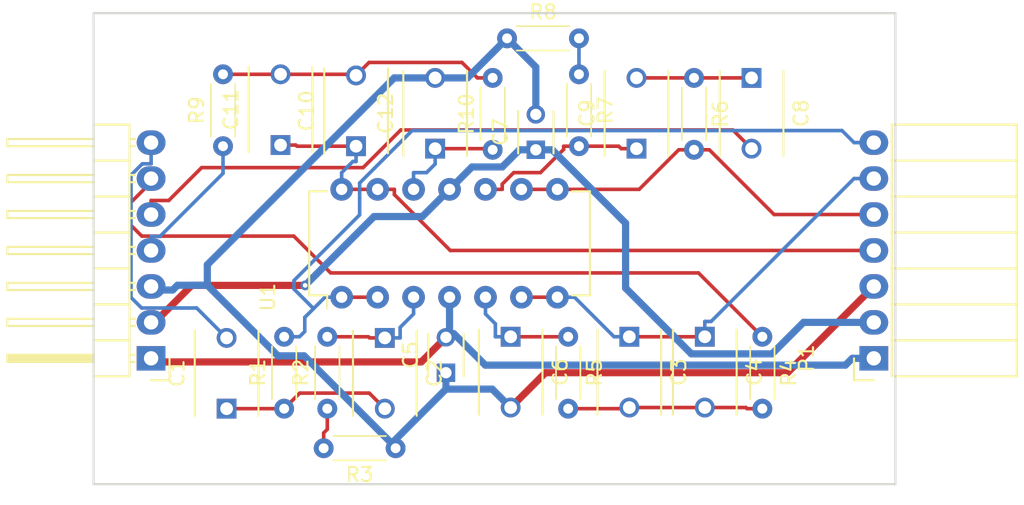
<source format=kicad_pcb>
(kicad_pcb (version 4) (host pcbnew 4.0.5+dfsg1-4)

  (general
    (links 51)
    (no_connects 0)
    (area 117.526999 69.266999 174.319001 102.691001)
    (thickness 1.6)
    (drawings 4)
    (tracks 177)
    (zones 0)
    (modules 29)
    (nets 22)
  )

  (page A4)
  (layers
    (0 F.Cu signal)
    (31 B.Cu signal)
    (32 B.Adhes user)
    (33 F.Adhes user)
    (34 B.Paste user)
    (35 F.Paste user)
    (36 B.SilkS user)
    (37 F.SilkS user)
    (38 B.Mask user)
    (39 F.Mask user)
    (40 Dwgs.User user)
    (41 Cmts.User user)
    (42 Eco1.User user)
    (43 Eco2.User user)
    (44 Edge.Cuts user)
    (45 Margin user)
    (46 B.CrtYd user)
    (47 F.CrtYd user)
    (48 B.Fab user)
    (49 F.Fab user)
  )

  (setup
    (last_trace_width 0.254)
    (trace_clearance 0.254)
    (zone_clearance 0.508)
    (zone_45_only no)
    (trace_min 0.1524)
    (segment_width 0.2)
    (edge_width 0.15)
    (via_size 0.6858)
    (via_drill 0.3302)
    (via_min_size 0.6858)
    (via_min_drill 0.3302)
    (uvia_size 0.127)
    (uvia_drill 0.0254)
    (uvias_allowed no)
    (uvia_min_size 0)
    (uvia_min_drill 0)
    (pcb_text_width 0.3)
    (pcb_text_size 1.5 1.5)
    (mod_edge_width 0.15)
    (mod_text_size 1 1)
    (mod_text_width 0.15)
    (pad_size 1.524 1.524)
    (pad_drill 0.762)
    (pad_to_mask_clearance 0.2)
    (aux_axis_origin 0 0)
    (visible_elements FFFFFF7F)
    (pcbplotparams
      (layerselection 0x00030_80000001)
      (usegerberextensions false)
      (excludeedgelayer true)
      (linewidth 0.100000)
      (plotframeref false)
      (viasonmask false)
      (mode 1)
      (useauxorigin false)
      (hpglpennumber 1)
      (hpglpenspeed 20)
      (hpglpendiameter 15)
      (hpglpenoverlay 2)
      (psnegative false)
      (psa4output false)
      (plotreference true)
      (plotvalue true)
      (plotinvisibletext false)
      (padsonsilk false)
      (subtractmaskfromsilk false)
      (outputformat 1)
      (mirror false)
      (drillshape 0)
      (scaleselection 1)
      (outputdirectory ""))
  )

  (net 0 "")
  (net 1 GND)
  (net 2 "Net-(C10-Pad2)")
  (net 3 "Net-(C12-Pad1)")
  (net 4 "Net-(C1-Pad1)")
  (net 5 "Net-(C6-Pad1)")
  (net 6 "Net-(R7-Pad1)")
  (net 7 /right_tweeter_ph)
  (net 8 /right_woofer_in)
  (net 9 "Net-(C2-Pad1)")
  (net 10 "Net-(C3-Pad2)")
  (net 11 +15V)
  (net 12 -15V)
  (net 13 "Net-(C8-Pad1)")
  (net 14 /left_tweeter_ph)
  (net 15 "Net-(C9-Pad1)")
  (net 16 /left_woofer_in)
  (net 17 "Net-(R2-Pad1)")
  (net 18 /right_low_out)
  (net 19 /left_low_out)
  (net 20 /left_high_out)
  (net 21 /right_high_out)

  (net_class Default "This is the default net class."
    (clearance 0.254)
    (trace_width 0.254)
    (via_dia 0.6858)
    (via_drill 0.3302)
    (uvia_dia 0.127)
    (uvia_drill 0.0254)
    (add_net /left_high_out)
    (add_net /left_low_out)
    (add_net /left_tweeter_ph)
    (add_net /left_woofer_in)
    (add_net /right_high_out)
    (add_net /right_low_out)
    (add_net /right_tweeter_ph)
    (add_net /right_woofer_in)
    (add_net "Net-(C1-Pad1)")
    (add_net "Net-(C10-Pad2)")
    (add_net "Net-(C12-Pad1)")
    (add_net "Net-(C2-Pad1)")
    (add_net "Net-(C3-Pad2)")
    (add_net "Net-(C6-Pad1)")
    (add_net "Net-(C8-Pad1)")
    (add_net "Net-(C9-Pad1)")
    (add_net "Net-(R2-Pad1)")
    (add_net "Net-(R7-Pad1)")
  )

  (net_class "Audio Out" ""
    (clearance 0.254)
    (trace_width 0.254)
    (via_dia 0.6858)
    (via_drill 0.3302)
    (uvia_dia 0.127)
    (uvia_drill 0.0254)
  )

  (net_class Power ""
    (clearance 0.254)
    (trace_width 0.508)
    (via_dia 0.6858)
    (via_drill 0.3302)
    (uvia_dia 0.127)
    (uvia_drill 0.0254)
    (add_net +15V)
    (add_net -15V)
    (add_net GND)
  )

  (module Mounting_Holes:MountingHole_3.2mm_M3 (layer F.Cu) (tedit 59122331) (tstamp 591228BD)
    (at 121.158 99.06)
    (descr "Mounting Hole 3.2mm, no annular, M3")
    (tags "mounting hole 3.2mm no annular m3")
    (fp_text reference mnt4 (at 0 -4.2) (layer F.SilkS) hide
      (effects (font (size 1 1) (thickness 0.15)))
    )
    (fp_text value MountingHole_3.2mm_M3 (at 0 4.2) (layer F.Fab)
      (effects (font (size 1 1) (thickness 0.15)))
    )
    (fp_circle (center 0 0) (end 3.2 0) (layer Cmts.User) (width 0.15))
    (fp_circle (center 0 0) (end 3.45 0) (layer F.CrtYd) (width 0.05))
    (pad 1 np_thru_hole circle (at 0 0) (size 3.2 3.2) (drill 3.2) (layers *.Cu *.Mask))
  )

  (module Mounting_Holes:MountingHole_3.2mm_M3 (layer F.Cu) (tedit 59122328) (tstamp 591228B6)
    (at 121.158 72.898)
    (descr "Mounting Hole 3.2mm, no annular, M3")
    (tags "mounting hole 3.2mm no annular m3")
    (fp_text reference mnt3 (at 0 -4.2) (layer F.SilkS) hide
      (effects (font (size 1 1) (thickness 0.15)))
    )
    (fp_text value MountingHole_3.2mm_M3 (at 0 4.2) (layer F.Fab)
      (effects (font (size 1 1) (thickness 0.15)))
    )
    (fp_circle (center 0 0) (end 3.2 0) (layer Cmts.User) (width 0.15))
    (fp_circle (center 0 0) (end 3.45 0) (layer F.CrtYd) (width 0.05))
    (pad 1 np_thru_hole circle (at 0 0) (size 3.2 3.2) (drill 3.2) (layers *.Cu *.Mask))
  )

  (module Mounting_Holes:MountingHole_3.2mm_M3 (layer F.Cu) (tedit 59122321) (tstamp 591228A4)
    (at 170.688 99.06)
    (descr "Mounting Hole 3.2mm, no annular, M3")
    (tags "mounting hole 3.2mm no annular m3")
    (fp_text reference mnt2 (at 0 -4.2) (layer F.SilkS) hide
      (effects (font (size 1 1) (thickness 0.15)))
    )
    (fp_text value MountingHole_3.2mm_M3 (at 0 4.2) (layer F.Fab)
      (effects (font (size 1 1) (thickness 0.15)))
    )
    (fp_circle (center 0 0) (end 3.2 0) (layer Cmts.User) (width 0.15))
    (fp_circle (center 0 0) (end 3.45 0) (layer F.CrtYd) (width 0.05))
    (pad 1 np_thru_hole circle (at 0 0) (size 3.2 3.2) (drill 3.2) (layers *.Cu *.Mask))
  )

  (module Capacitors_ThroughHole:C_Disc_D6_P5 (layer F.Cu) (tedit 0) (tstamp 58E560FD)
    (at 130.81 78.66 90)
    (descr "Capacitor 6mm Disc, Pitch 5mm")
    (tags Capacitor)
    (path /58E6BFC2)
    (fp_text reference C11 (at 2.5 -3.5 90) (layer F.SilkS)
      (effects (font (size 1 1) (thickness 0.15)))
    )
    (fp_text value 100n (at 2.5 3.5 90) (layer F.Fab)
      (effects (font (size 1 1) (thickness 0.15)))
    )
    (fp_line (start -0.95 -2.5) (end 5.95 -2.5) (layer F.CrtYd) (width 0.05))
    (fp_line (start 5.95 -2.5) (end 5.95 2.5) (layer F.CrtYd) (width 0.05))
    (fp_line (start 5.95 2.5) (end -0.95 2.5) (layer F.CrtYd) (width 0.05))
    (fp_line (start -0.95 2.5) (end -0.95 -2.5) (layer F.CrtYd) (width 0.05))
    (fp_line (start -0.5 -2.25) (end 5.5 -2.25) (layer F.SilkS) (width 0.15))
    (fp_line (start 5.5 2.25) (end -0.5 2.25) (layer F.SilkS) (width 0.15))
    (pad 1 thru_hole rect (at 0 0 90) (size 1.4 1.4) (drill 0.9) (layers *.Cu *.Mask)
      (net 19 /left_low_out))
    (pad 2 thru_hole circle (at 5 0 90) (size 1.4 1.4) (drill 0.9) (layers *.Cu *.Mask)
      (net 2 "Net-(C10-Pad2)"))
    (model Capacitors_ThroughHole.3dshapes/C_Disc_D6_P5.wrl
      (at (xyz 0.0984252 0 0))
      (scale (xyz 1 1 1))
      (rotate (xyz 0 0 0))
    )
  )

  (module Capacitors_ThroughHole:C_Disc_D6_P5 (layer F.Cu) (tedit 0) (tstamp 58E560F8)
    (at 136.144 78.74 90)
    (descr "Capacitor 6mm Disc, Pitch 5mm")
    (tags Capacitor)
    (path /58E1DC7C)
    (fp_text reference C10 (at 2.5 -3.5 90) (layer F.SilkS)
      (effects (font (size 1 1) (thickness 0.15)))
    )
    (fp_text value 100n (at 2.5 3.5 90) (layer F.Fab)
      (effects (font (size 1 1) (thickness 0.15)))
    )
    (fp_line (start -0.95 -2.5) (end 5.95 -2.5) (layer F.CrtYd) (width 0.05))
    (fp_line (start 5.95 -2.5) (end 5.95 2.5) (layer F.CrtYd) (width 0.05))
    (fp_line (start 5.95 2.5) (end -0.95 2.5) (layer F.CrtYd) (width 0.05))
    (fp_line (start -0.95 2.5) (end -0.95 -2.5) (layer F.CrtYd) (width 0.05))
    (fp_line (start -0.5 -2.25) (end 5.5 -2.25) (layer F.SilkS) (width 0.15))
    (fp_line (start 5.5 2.25) (end -0.5 2.25) (layer F.SilkS) (width 0.15))
    (pad 1 thru_hole rect (at 0 0 90) (size 1.4 1.4) (drill 0.9) (layers *.Cu *.Mask)
      (net 19 /left_low_out))
    (pad 2 thru_hole circle (at 5 0 90) (size 1.4 1.4) (drill 0.9) (layers *.Cu *.Mask)
      (net 2 "Net-(C10-Pad2)"))
    (model Capacitors_ThroughHole.3dshapes/C_Disc_D6_P5.wrl
      (at (xyz 0.0984252 0 0))
      (scale (xyz 1 1 1))
      (rotate (xyz 0 0 0))
    )
  )

  (module scimpy_library:R_Axial_DIN0204_L3.6mm_D1.6mm_P5.08mm_Horizontal (layer F.Cu) (tedit 5874F706) (tstamp 590BB11D)
    (at 164.846 92.202 270)
    (descr "Resistor, Axial_DIN0204 series, Axial, Horizontal, pin pitch=5.08mm, 0.16666666666666666W = 1/6W, length*diameter=3.6*1.6mm^2, http://cdn-reichelt.de/documents/datenblatt/B400/1_4W%23YAG.pdf")
    (tags "Resistor Axial_DIN0204 series Axial Horizontal pin pitch 5.08mm 0.16666666666666666W = 1/6W length 3.6mm diameter 1.6mm")
    (path /58E194B6)
    (fp_text reference R4 (at 2.54 -1.86 270) (layer F.SilkS)
      (effects (font (size 1 1) (thickness 0.15)))
    )
    (fp_text value R (at 2.54 1.86 270) (layer F.Fab)
      (effects (font (size 1 1) (thickness 0.15)))
    )
    (fp_line (start 0.74 -0.8) (end 0.74 0.8) (layer F.Fab) (width 0.1))
    (fp_line (start 0.74 0.8) (end 4.34 0.8) (layer F.Fab) (width 0.1))
    (fp_line (start 4.34 0.8) (end 4.34 -0.8) (layer F.Fab) (width 0.1))
    (fp_line (start 4.34 -0.8) (end 0.74 -0.8) (layer F.Fab) (width 0.1))
    (fp_line (start 0 0) (end 0.74 0) (layer F.Fab) (width 0.1))
    (fp_line (start 5.08 0) (end 4.34 0) (layer F.Fab) (width 0.1))
    (fp_line (start 0.68 -0.86) (end 4.4 -0.86) (layer F.SilkS) (width 0.12))
    (fp_line (start 0.68 0.86) (end 4.4 0.86) (layer F.SilkS) (width 0.12))
    (fp_line (start -0.95 -1.15) (end -0.95 1.15) (layer F.CrtYd) (width 0.05))
    (fp_line (start -0.95 1.15) (end 6.05 1.15) (layer F.CrtYd) (width 0.05))
    (fp_line (start 6.05 1.15) (end 6.05 -1.15) (layer F.CrtYd) (width 0.05))
    (fp_line (start 6.05 -1.15) (end -0.95 -1.15) (layer F.CrtYd) (width 0.05))
    (pad 1 thru_hole circle (at 0 0 270) (size 1.4 1.4) (drill 0.7) (layers *.Cu *.Mask)
      (net 8 /right_woofer_in))
    (pad 2 thru_hole oval (at 5.08 0 270) (size 1.4 1.4) (drill 0.7) (layers *.Cu *.Mask)
      (net 10 "Net-(C3-Pad2)"))
    (model Resistors_THT.3dshapes/R_Axial_DIN0204_L3.6mm_D1.6mm_P5.08mm_Horizontal.wrl
      (at (xyz 0 0 0))
      (scale (xyz 0.393701 0.393701 0.393701))
      (rotate (xyz 0 0 0))
    )
    (model ../../../../../home/showard/scimpy/scimpy/boards/3dshapes/Resistors_THT.3dshapes/R_Axial_DIN0204_L3.6mm_D1.6mm_P5.08mm_Horizontal.wrl
      (at (xyz 0 0 0))
      (scale (xyz 0.393701 0.393701 0.393701))
      (rotate (xyz 0 0 0))
    )
  )

  (module scimpy_library:R_Axial_DIN0204_L3.6mm_D1.6mm_P5.08mm_Horizontal (layer F.Cu) (tedit 5874F706) (tstamp 590BB122)
    (at 151.13 92.202 270)
    (descr "Resistor, Axial_DIN0204 series, Axial, Horizontal, pin pitch=5.08mm, 0.16666666666666666W = 1/6W, length*diameter=3.6*1.6mm^2, http://cdn-reichelt.de/documents/datenblatt/B400/1_4W%23YAG.pdf")
    (tags "Resistor Axial_DIN0204 series Axial Horizontal pin pitch 5.08mm 0.16666666666666666W = 1/6W length 3.6mm diameter 1.6mm")
    (path /58E19339)
    (fp_text reference R5 (at 2.54 -1.86 270) (layer F.SilkS)
      (effects (font (size 1 1) (thickness 0.15)))
    )
    (fp_text value R (at 2.54 1.86 270) (layer F.Fab)
      (effects (font (size 1 1) (thickness 0.15)))
    )
    (fp_line (start 0.74 -0.8) (end 0.74 0.8) (layer F.Fab) (width 0.1))
    (fp_line (start 0.74 0.8) (end 4.34 0.8) (layer F.Fab) (width 0.1))
    (fp_line (start 4.34 0.8) (end 4.34 -0.8) (layer F.Fab) (width 0.1))
    (fp_line (start 4.34 -0.8) (end 0.74 -0.8) (layer F.Fab) (width 0.1))
    (fp_line (start 0 0) (end 0.74 0) (layer F.Fab) (width 0.1))
    (fp_line (start 5.08 0) (end 4.34 0) (layer F.Fab) (width 0.1))
    (fp_line (start 0.68 -0.86) (end 4.4 -0.86) (layer F.SilkS) (width 0.12))
    (fp_line (start 0.68 0.86) (end 4.4 0.86) (layer F.SilkS) (width 0.12))
    (fp_line (start -0.95 -1.15) (end -0.95 1.15) (layer F.CrtYd) (width 0.05))
    (fp_line (start -0.95 1.15) (end 6.05 1.15) (layer F.CrtYd) (width 0.05))
    (fp_line (start 6.05 1.15) (end 6.05 -1.15) (layer F.CrtYd) (width 0.05))
    (fp_line (start 6.05 -1.15) (end -0.95 -1.15) (layer F.CrtYd) (width 0.05))
    (pad 1 thru_hole circle (at 0 0 270) (size 1.4 1.4) (drill 0.7) (layers *.Cu *.Mask)
      (net 5 "Net-(C6-Pad1)"))
    (pad 2 thru_hole oval (at 5.08 0 270) (size 1.4 1.4) (drill 0.7) (layers *.Cu *.Mask)
      (net 10 "Net-(C3-Pad2)"))
    (model Resistors_THT.3dshapes/R_Axial_DIN0204_L3.6mm_D1.6mm_P5.08mm_Horizontal.wrl
      (at (xyz 0 0 0))
      (scale (xyz 0.393701 0.393701 0.393701))
      (rotate (xyz 0 0 0))
    )
    (model ../../../../../home/showard/scimpy/scimpy/boards/3dshapes/Resistors_THT.3dshapes/R_Axial_DIN0204_L3.6mm_D1.6mm_P5.08mm_Horizontal.wrl
      (at (xyz 0 0 0))
      (scale (xyz 0.393701 0.393701 0.393701))
      (rotate (xyz 0 0 0))
    )
  )

  (module scimpy_library:R_Axial_DIN0204_L3.6mm_D1.6mm_P5.08mm_Horizontal (layer F.Cu) (tedit 5874F706) (tstamp 590BB127)
    (at 160.02 73.914 270)
    (descr "Resistor, Axial_DIN0204 series, Axial, Horizontal, pin pitch=5.08mm, 0.16666666666666666W = 1/6W, length*diameter=3.6*1.6mm^2, http://cdn-reichelt.de/documents/datenblatt/B400/1_4W%23YAG.pdf")
    (tags "Resistor Axial_DIN0204 series Axial Horizontal pin pitch 5.08mm 0.16666666666666666W = 1/6W length 3.6mm diameter 1.6mm")
    (path /58E1DCB6)
    (fp_text reference R6 (at 2.54 -1.86 270) (layer F.SilkS)
      (effects (font (size 1 1) (thickness 0.15)))
    )
    (fp_text value R (at 2.54 1.86 270) (layer F.Fab)
      (effects (font (size 1 1) (thickness 0.15)))
    )
    (fp_line (start 0.74 -0.8) (end 0.74 0.8) (layer F.Fab) (width 0.1))
    (fp_line (start 0.74 0.8) (end 4.34 0.8) (layer F.Fab) (width 0.1))
    (fp_line (start 4.34 0.8) (end 4.34 -0.8) (layer F.Fab) (width 0.1))
    (fp_line (start 4.34 -0.8) (end 0.74 -0.8) (layer F.Fab) (width 0.1))
    (fp_line (start 0 0) (end 0.74 0) (layer F.Fab) (width 0.1))
    (fp_line (start 5.08 0) (end 4.34 0) (layer F.Fab) (width 0.1))
    (fp_line (start 0.68 -0.86) (end 4.4 -0.86) (layer F.SilkS) (width 0.12))
    (fp_line (start 0.68 0.86) (end 4.4 0.86) (layer F.SilkS) (width 0.12))
    (fp_line (start -0.95 -1.15) (end -0.95 1.15) (layer F.CrtYd) (width 0.05))
    (fp_line (start -0.95 1.15) (end 6.05 1.15) (layer F.CrtYd) (width 0.05))
    (fp_line (start 6.05 1.15) (end 6.05 -1.15) (layer F.CrtYd) (width 0.05))
    (fp_line (start 6.05 -1.15) (end -0.95 -1.15) (layer F.CrtYd) (width 0.05))
    (pad 1 thru_hole circle (at 0 0 270) (size 1.4 1.4) (drill 0.7) (layers *.Cu *.Mask)
      (net 13 "Net-(C8-Pad1)"))
    (pad 2 thru_hole oval (at 5.08 0 270) (size 1.4 1.4) (drill 0.7) (layers *.Cu *.Mask)
      (net 20 /left_high_out))
    (model Resistors_THT.3dshapes/R_Axial_DIN0204_L3.6mm_D1.6mm_P5.08mm_Horizontal.wrl
      (at (xyz 0 0 0))
      (scale (xyz 0.393701 0.393701 0.393701))
      (rotate (xyz 0 0 0))
    )
    (model ../../../../../home/showard/scimpy/scimpy/boards/3dshapes/Resistors_THT.3dshapes/R_Axial_DIN0204_L3.6mm_D1.6mm_P5.08mm_Horizontal.wrl
      (at (xyz 0 0 0))
      (scale (xyz 0.393701 0.393701 0.393701))
      (rotate (xyz 0 0 0))
    )
  )

  (module scimpy_library:R_Axial_DIN0204_L3.6mm_D1.6mm_P5.08mm_Horizontal (layer F.Cu) (tedit 5874F706) (tstamp 590BB12C)
    (at 151.892 73.66 270)
    (descr "Resistor, Axial_DIN0204 series, Axial, Horizontal, pin pitch=5.08mm, 0.16666666666666666W = 1/6W, length*diameter=3.6*1.6mm^2, http://cdn-reichelt.de/documents/datenblatt/B400/1_4W%23YAG.pdf")
    (tags "Resistor Axial_DIN0204 series Axial Horizontal pin pitch 5.08mm 0.16666666666666666W = 1/6W length 3.6mm diameter 1.6mm")
    (path /58E1DCBC)
    (fp_text reference R7 (at 2.54 -1.86 270) (layer F.SilkS)
      (effects (font (size 1 1) (thickness 0.15)))
    )
    (fp_text value R (at 2.54 1.86 270) (layer F.Fab)
      (effects (font (size 1 1) (thickness 0.15)))
    )
    (fp_line (start 0.74 -0.8) (end 0.74 0.8) (layer F.Fab) (width 0.1))
    (fp_line (start 0.74 0.8) (end 4.34 0.8) (layer F.Fab) (width 0.1))
    (fp_line (start 4.34 0.8) (end 4.34 -0.8) (layer F.Fab) (width 0.1))
    (fp_line (start 4.34 -0.8) (end 0.74 -0.8) (layer F.Fab) (width 0.1))
    (fp_line (start 0 0) (end 0.74 0) (layer F.Fab) (width 0.1))
    (fp_line (start 5.08 0) (end 4.34 0) (layer F.Fab) (width 0.1))
    (fp_line (start 0.68 -0.86) (end 4.4 -0.86) (layer F.SilkS) (width 0.12))
    (fp_line (start 0.68 0.86) (end 4.4 0.86) (layer F.SilkS) (width 0.12))
    (fp_line (start -0.95 -1.15) (end -0.95 1.15) (layer F.CrtYd) (width 0.05))
    (fp_line (start -0.95 1.15) (end 6.05 1.15) (layer F.CrtYd) (width 0.05))
    (fp_line (start 6.05 1.15) (end 6.05 -1.15) (layer F.CrtYd) (width 0.05))
    (fp_line (start 6.05 -1.15) (end -0.95 -1.15) (layer F.CrtYd) (width 0.05))
    (pad 1 thru_hole circle (at 0 0 270) (size 1.4 1.4) (drill 0.7) (layers *.Cu *.Mask)
      (net 6 "Net-(R7-Pad1)"))
    (pad 2 thru_hole oval (at 5.08 0 270) (size 1.4 1.4) (drill 0.7) (layers *.Cu *.Mask)
      (net 15 "Net-(C9-Pad1)"))
    (model Resistors_THT.3dshapes/R_Axial_DIN0204_L3.6mm_D1.6mm_P5.08mm_Horizontal.wrl
      (at (xyz 0 0 0))
      (scale (xyz 0.393701 0.393701 0.393701))
      (rotate (xyz 0 0 0))
    )
    (model ../../../../../home/showard/scimpy/scimpy/boards/3dshapes/Resistors_THT.3dshapes/R_Axial_DIN0204_L3.6mm_D1.6mm_P5.08mm_Horizontal.wrl
      (at (xyz 0 0 0))
      (scale (xyz 0.393701 0.393701 0.393701))
      (rotate (xyz 0 0 0))
    )
  )

  (module scimpy_library:R_Axial_DIN0204_L3.6mm_D1.6mm_P5.08mm_Horizontal (layer F.Cu) (tedit 5874F706) (tstamp 590BB131)
    (at 146.812 71.12)
    (descr "Resistor, Axial_DIN0204 series, Axial, Horizontal, pin pitch=5.08mm, 0.16666666666666666W = 1/6W, length*diameter=3.6*1.6mm^2, http://cdn-reichelt.de/documents/datenblatt/B400/1_4W%23YAG.pdf")
    (tags "Resistor Axial_DIN0204 series Axial Horizontal pin pitch 5.08mm 0.16666666666666666W = 1/6W length 3.6mm diameter 1.6mm")
    (path /58EEC602)
    (fp_text reference R8 (at 2.54 -1.86) (layer F.SilkS)
      (effects (font (size 1 1) (thickness 0.15)))
    )
    (fp_text value R (at 2.54 1.86) (layer F.Fab)
      (effects (font (size 1 1) (thickness 0.15)))
    )
    (fp_line (start 0.74 -0.8) (end 0.74 0.8) (layer F.Fab) (width 0.1))
    (fp_line (start 0.74 0.8) (end 4.34 0.8) (layer F.Fab) (width 0.1))
    (fp_line (start 4.34 0.8) (end 4.34 -0.8) (layer F.Fab) (width 0.1))
    (fp_line (start 4.34 -0.8) (end 0.74 -0.8) (layer F.Fab) (width 0.1))
    (fp_line (start 0 0) (end 0.74 0) (layer F.Fab) (width 0.1))
    (fp_line (start 5.08 0) (end 4.34 0) (layer F.Fab) (width 0.1))
    (fp_line (start 0.68 -0.86) (end 4.4 -0.86) (layer F.SilkS) (width 0.12))
    (fp_line (start 0.68 0.86) (end 4.4 0.86) (layer F.SilkS) (width 0.12))
    (fp_line (start -0.95 -1.15) (end -0.95 1.15) (layer F.CrtYd) (width 0.05))
    (fp_line (start -0.95 1.15) (end 6.05 1.15) (layer F.CrtYd) (width 0.05))
    (fp_line (start 6.05 1.15) (end 6.05 -1.15) (layer F.CrtYd) (width 0.05))
    (fp_line (start 6.05 -1.15) (end -0.95 -1.15) (layer F.CrtYd) (width 0.05))
    (pad 1 thru_hole circle (at 0 0) (size 1.4 1.4) (drill 0.7) (layers *.Cu *.Mask)
      (net 1 GND))
    (pad 2 thru_hole oval (at 5.08 0) (size 1.4 1.4) (drill 0.7) (layers *.Cu *.Mask)
      (net 6 "Net-(R7-Pad1)"))
    (model Resistors_THT.3dshapes/R_Axial_DIN0204_L3.6mm_D1.6mm_P5.08mm_Horizontal.wrl
      (at (xyz 0 0 0))
      (scale (xyz 0.393701 0.393701 0.393701))
      (rotate (xyz 0 0 0))
    )
    (model ../../../../../home/showard/scimpy/scimpy/boards/3dshapes/Resistors_THT.3dshapes/R_Axial_DIN0204_L3.6mm_D1.6mm_P5.08mm_Horizontal.wrl
      (at (xyz 0 0 0))
      (scale (xyz 0.393701 0.393701 0.393701))
      (rotate (xyz 0 0 0))
    )
  )

  (module scimpy_library:R_Axial_DIN0204_L3.6mm_D1.6mm_P5.08mm_Horizontal (layer F.Cu) (tedit 5874F706) (tstamp 590BB136)
    (at 126.746 78.74 90)
    (descr "Resistor, Axial_DIN0204 series, Axial, Horizontal, pin pitch=5.08mm, 0.16666666666666666W = 1/6W, length*diameter=3.6*1.6mm^2, http://cdn-reichelt.de/documents/datenblatt/B400/1_4W%23YAG.pdf")
    (tags "Resistor Axial_DIN0204 series Axial Horizontal pin pitch 5.08mm 0.16666666666666666W = 1/6W length 3.6mm diameter 1.6mm")
    (path /58E1DC88)
    (fp_text reference R9 (at 2.54 -1.86 90) (layer F.SilkS)
      (effects (font (size 1 1) (thickness 0.15)))
    )
    (fp_text value R (at 2.54 1.86 90) (layer F.Fab)
      (effects (font (size 1 1) (thickness 0.15)))
    )
    (fp_line (start 0.74 -0.8) (end 0.74 0.8) (layer F.Fab) (width 0.1))
    (fp_line (start 0.74 0.8) (end 4.34 0.8) (layer F.Fab) (width 0.1))
    (fp_line (start 4.34 0.8) (end 4.34 -0.8) (layer F.Fab) (width 0.1))
    (fp_line (start 4.34 -0.8) (end 0.74 -0.8) (layer F.Fab) (width 0.1))
    (fp_line (start 0 0) (end 0.74 0) (layer F.Fab) (width 0.1))
    (fp_line (start 5.08 0) (end 4.34 0) (layer F.Fab) (width 0.1))
    (fp_line (start 0.68 -0.86) (end 4.4 -0.86) (layer F.SilkS) (width 0.12))
    (fp_line (start 0.68 0.86) (end 4.4 0.86) (layer F.SilkS) (width 0.12))
    (fp_line (start -0.95 -1.15) (end -0.95 1.15) (layer F.CrtYd) (width 0.05))
    (fp_line (start -0.95 1.15) (end 6.05 1.15) (layer F.CrtYd) (width 0.05))
    (fp_line (start 6.05 1.15) (end 6.05 -1.15) (layer F.CrtYd) (width 0.05))
    (fp_line (start 6.05 -1.15) (end -0.95 -1.15) (layer F.CrtYd) (width 0.05))
    (pad 1 thru_hole circle (at 0 0 90) (size 1.4 1.4) (drill 0.7) (layers *.Cu *.Mask)
      (net 16 /left_woofer_in))
    (pad 2 thru_hole oval (at 5.08 0 90) (size 1.4 1.4) (drill 0.7) (layers *.Cu *.Mask)
      (net 2 "Net-(C10-Pad2)"))
    (model Resistors_THT.3dshapes/R_Axial_DIN0204_L3.6mm_D1.6mm_P5.08mm_Horizontal.wrl
      (at (xyz 0 0 0))
      (scale (xyz 0.393701 0.393701 0.393701))
      (rotate (xyz 0 0 0))
    )
    (model ../../../../../home/showard/scimpy/scimpy/boards/3dshapes/Resistors_THT.3dshapes/R_Axial_DIN0204_L3.6mm_D1.6mm_P5.08mm_Horizontal.wrl
      (at (xyz 0 0 0))
      (scale (xyz 0.393701 0.393701 0.393701))
      (rotate (xyz 0 0 0))
    )
  )

  (module scimpy_library:R_Axial_DIN0204_L3.6mm_D1.6mm_P5.08mm_Horizontal (layer F.Cu) (tedit 5874F706) (tstamp 590BB13B)
    (at 145.796 78.994 90)
    (descr "Resistor, Axial_DIN0204 series, Axial, Horizontal, pin pitch=5.08mm, 0.16666666666666666W = 1/6W, length*diameter=3.6*1.6mm^2, http://cdn-reichelt.de/documents/datenblatt/B400/1_4W%23YAG.pdf")
    (tags "Resistor Axial_DIN0204 series Axial Horizontal pin pitch 5.08mm 0.16666666666666666W = 1/6W length 3.6mm diameter 1.6mm")
    (path /58E1DC82)
    (fp_text reference R10 (at 2.54 -1.86 90) (layer F.SilkS)
      (effects (font (size 1 1) (thickness 0.15)))
    )
    (fp_text value R (at 2.54 1.86 90) (layer F.Fab)
      (effects (font (size 1 1) (thickness 0.15)))
    )
    (fp_line (start 0.74 -0.8) (end 0.74 0.8) (layer F.Fab) (width 0.1))
    (fp_line (start 0.74 0.8) (end 4.34 0.8) (layer F.Fab) (width 0.1))
    (fp_line (start 4.34 0.8) (end 4.34 -0.8) (layer F.Fab) (width 0.1))
    (fp_line (start 4.34 -0.8) (end 0.74 -0.8) (layer F.Fab) (width 0.1))
    (fp_line (start 0 0) (end 0.74 0) (layer F.Fab) (width 0.1))
    (fp_line (start 5.08 0) (end 4.34 0) (layer F.Fab) (width 0.1))
    (fp_line (start 0.68 -0.86) (end 4.4 -0.86) (layer F.SilkS) (width 0.12))
    (fp_line (start 0.68 0.86) (end 4.4 0.86) (layer F.SilkS) (width 0.12))
    (fp_line (start -0.95 -1.15) (end -0.95 1.15) (layer F.CrtYd) (width 0.05))
    (fp_line (start -0.95 1.15) (end 6.05 1.15) (layer F.CrtYd) (width 0.05))
    (fp_line (start 6.05 1.15) (end 6.05 -1.15) (layer F.CrtYd) (width 0.05))
    (fp_line (start 6.05 -1.15) (end -0.95 -1.15) (layer F.CrtYd) (width 0.05))
    (pad 1 thru_hole circle (at 0 0 90) (size 1.4 1.4) (drill 0.7) (layers *.Cu *.Mask)
      (net 3 "Net-(C12-Pad1)"))
    (pad 2 thru_hole oval (at 5.08 0 90) (size 1.4 1.4) (drill 0.7) (layers *.Cu *.Mask)
      (net 2 "Net-(C10-Pad2)"))
    (model Resistors_THT.3dshapes/R_Axial_DIN0204_L3.6mm_D1.6mm_P5.08mm_Horizontal.wrl
      (at (xyz 0 0 0))
      (scale (xyz 0.393701 0.393701 0.393701))
      (rotate (xyz 0 0 0))
    )
    (model ../../../../../home/showard/scimpy/scimpy/boards/3dshapes/Resistors_THT.3dshapes/R_Axial_DIN0204_L3.6mm_D1.6mm_P5.08mm_Horizontal.wrl
      (at (xyz 0 0 0))
      (scale (xyz 0.393701 0.393701 0.393701))
      (rotate (xyz 0 0 0))
    )
  )

  (module scimpy_library:R_Axial_DIN0204_L3.6mm_D1.6mm_P5.08mm_Horizontal (layer F.Cu) (tedit 5874F706) (tstamp 590CAA9E)
    (at 131.064 97.282 90)
    (descr "Resistor, Axial_DIN0204 series, Axial, Horizontal, pin pitch=5.08mm, 0.16666666666666666W = 1/6W, length*diameter=3.6*1.6mm^2, http://cdn-reichelt.de/documents/datenblatt/B400/1_4W%23YAG.pdf")
    (tags "Resistor Axial_DIN0204 series Axial Horizontal pin pitch 5.08mm 0.16666666666666666W = 1/6W length 3.6mm diameter 1.6mm")
    (path /58E19D05)
    (fp_text reference R1 (at 2.54 -1.86 90) (layer F.SilkS)
      (effects (font (size 1 1) (thickness 0.15)))
    )
    (fp_text value R (at 2.54 1.86 90) (layer F.Fab)
      (effects (font (size 1 1) (thickness 0.15)))
    )
    (fp_line (start 0.74 -0.8) (end 0.74 0.8) (layer F.Fab) (width 0.1))
    (fp_line (start 0.74 0.8) (end 4.34 0.8) (layer F.Fab) (width 0.1))
    (fp_line (start 4.34 0.8) (end 4.34 -0.8) (layer F.Fab) (width 0.1))
    (fp_line (start 4.34 -0.8) (end 0.74 -0.8) (layer F.Fab) (width 0.1))
    (fp_line (start 0 0) (end 0.74 0) (layer F.Fab) (width 0.1))
    (fp_line (start 5.08 0) (end 4.34 0) (layer F.Fab) (width 0.1))
    (fp_line (start 0.68 -0.86) (end 4.4 -0.86) (layer F.SilkS) (width 0.12))
    (fp_line (start 0.68 0.86) (end 4.4 0.86) (layer F.SilkS) (width 0.12))
    (fp_line (start -0.95 -1.15) (end -0.95 1.15) (layer F.CrtYd) (width 0.05))
    (fp_line (start -0.95 1.15) (end 6.05 1.15) (layer F.CrtYd) (width 0.05))
    (fp_line (start 6.05 1.15) (end 6.05 -1.15) (layer F.CrtYd) (width 0.05))
    (fp_line (start 6.05 -1.15) (end -0.95 -1.15) (layer F.CrtYd) (width 0.05))
    (pad 1 thru_hole circle (at 0 0 90) (size 1.4 1.4) (drill 0.7) (layers *.Cu *.Mask)
      (net 4 "Net-(C1-Pad1)"))
    (pad 2 thru_hole oval (at 5.08 0 90) (size 1.4 1.4) (drill 0.7) (layers *.Cu *.Mask)
      (net 21 /right_high_out))
    (model Resistors_THT.3dshapes/R_Axial_DIN0204_L3.6mm_D1.6mm_P5.08mm_Horizontal.wrl
      (at (xyz 0 0 0))
      (scale (xyz 0.393701 0.393701 0.393701))
      (rotate (xyz 0 0 0))
    )
    (model ../../../../../home/showard/scimpy/scimpy/boards/3dshapes/Resistors_THT.3dshapes/R_Axial_DIN0204_L3.6mm_D1.6mm_P5.08mm_Horizontal.wrl
      (at (xyz 0 0 0))
      (scale (xyz 0.393701 0.393701 0.393701))
      (rotate (xyz 0 0 0))
    )
  )

  (module Capacitors_ThroughHole:C_Disc_D6_P5 (layer F.Cu) (tedit 0) (tstamp 590F1C80)
    (at 127 97.282 90)
    (descr "Capacitor 6mm Disc, Pitch 5mm")
    (tags Capacitor)
    (path /58E19CAF)
    (fp_text reference C1 (at 2.5 -3.5 90) (layer F.SilkS)
      (effects (font (size 1 1) (thickness 0.15)))
    )
    (fp_text value 100n (at 2.5 3.5 90) (layer F.Fab)
      (effects (font (size 1 1) (thickness 0.15)))
    )
    (fp_line (start -0.95 -2.5) (end 5.95 -2.5) (layer F.CrtYd) (width 0.05))
    (fp_line (start 5.95 -2.5) (end 5.95 2.5) (layer F.CrtYd) (width 0.05))
    (fp_line (start 5.95 2.5) (end -0.95 2.5) (layer F.CrtYd) (width 0.05))
    (fp_line (start -0.95 2.5) (end -0.95 -2.5) (layer F.CrtYd) (width 0.05))
    (fp_line (start -0.5 -2.25) (end 5.5 -2.25) (layer F.SilkS) (width 0.15))
    (fp_line (start 5.5 2.25) (end -0.5 2.25) (layer F.SilkS) (width 0.15))
    (pad 1 thru_hole rect (at 0 0 90) (size 1.4 1.4) (drill 0.9) (layers *.Cu *.Mask)
      (net 4 "Net-(C1-Pad1)"))
    (pad 2 thru_hole circle (at 5 0 90) (size 1.4 1.4) (drill 0.9) (layers *.Cu *.Mask)
      (net 7 /right_tweeter_ph))
    (model Capacitors_ThroughHole.3dshapes/C_Disc_D6_P5.wrl
      (at (xyz 0.0984252 0 0))
      (scale (xyz 1 1 1))
      (rotate (xyz 0 0 0))
    )
  )

  (module Capacitors_ThroughHole:C_Disc_D6_P5 (layer F.Cu) (tedit 0) (tstamp 590F1C8B)
    (at 138.176 92.282 270)
    (descr "Capacitor 6mm Disc, Pitch 5mm")
    (tags Capacitor)
    (path /58E19B26)
    (fp_text reference C2 (at 2.5 -3.5 270) (layer F.SilkS)
      (effects (font (size 1 1) (thickness 0.15)))
    )
    (fp_text value 100n (at 2.5 3.5 270) (layer F.Fab)
      (effects (font (size 1 1) (thickness 0.15)))
    )
    (fp_line (start -0.95 -2.5) (end 5.95 -2.5) (layer F.CrtYd) (width 0.05))
    (fp_line (start 5.95 -2.5) (end 5.95 2.5) (layer F.CrtYd) (width 0.05))
    (fp_line (start 5.95 2.5) (end -0.95 2.5) (layer F.CrtYd) (width 0.05))
    (fp_line (start -0.95 2.5) (end -0.95 -2.5) (layer F.CrtYd) (width 0.05))
    (fp_line (start -0.5 -2.25) (end 5.5 -2.25) (layer F.SilkS) (width 0.15))
    (fp_line (start 5.5 2.25) (end -0.5 2.25) (layer F.SilkS) (width 0.15))
    (pad 1 thru_hole rect (at 0 0 270) (size 1.4 1.4) (drill 0.9) (layers *.Cu *.Mask)
      (net 9 "Net-(C2-Pad1)"))
    (pad 2 thru_hole circle (at 5 0 270) (size 1.4 1.4) (drill 0.9) (layers *.Cu *.Mask)
      (net 4 "Net-(C1-Pad1)"))
    (model Capacitors_ThroughHole.3dshapes/C_Disc_D6_P5.wrl
      (at (xyz 0.0984252 0 0))
      (scale (xyz 1 1 1))
      (rotate (xyz 0 0 0))
    )
  )

  (module Capacitors_ThroughHole:C_Disc_D6_P5 (layer F.Cu) (tedit 0) (tstamp 590F1C96)
    (at 160.782 92.202 270)
    (descr "Capacitor 6mm Disc, Pitch 5mm")
    (tags Capacitor)
    (path /58E6BB5A)
    (fp_text reference C4 (at 2.5 -3.5 270) (layer F.SilkS)
      (effects (font (size 1 1) (thickness 0.15)))
    )
    (fp_text value 100n (at 2.5 3.5 270) (layer F.Fab)
      (effects (font (size 1 1) (thickness 0.15)))
    )
    (fp_line (start -0.95 -2.5) (end 5.95 -2.5) (layer F.CrtYd) (width 0.05))
    (fp_line (start 5.95 -2.5) (end 5.95 2.5) (layer F.CrtYd) (width 0.05))
    (fp_line (start 5.95 2.5) (end -0.95 2.5) (layer F.CrtYd) (width 0.05))
    (fp_line (start -0.95 2.5) (end -0.95 -2.5) (layer F.CrtYd) (width 0.05))
    (fp_line (start -0.5 -2.25) (end 5.5 -2.25) (layer F.SilkS) (width 0.15))
    (fp_line (start 5.5 2.25) (end -0.5 2.25) (layer F.SilkS) (width 0.15))
    (pad 1 thru_hole rect (at 0 0 270) (size 1.4 1.4) (drill 0.9) (layers *.Cu *.Mask)
      (net 18 /right_low_out))
    (pad 2 thru_hole circle (at 5 0 270) (size 1.4 1.4) (drill 0.9) (layers *.Cu *.Mask)
      (net 10 "Net-(C3-Pad2)"))
    (model Capacitors_ThroughHole.3dshapes/C_Disc_D6_P5.wrl
      (at (xyz 0.0984252 0 0))
      (scale (xyz 1 1 1))
      (rotate (xyz 0 0 0))
    )
  )

  (module Capacitors_ThroughHole:C_Disc_D6_P5 (layer F.Cu) (tedit 0) (tstamp 590F1CAC)
    (at 147.066 92.202 270)
    (descr "Capacitor 6mm Disc, Pitch 5mm")
    (tags Capacitor)
    (path /58E19643)
    (fp_text reference C6 (at 2.5 -3.5 270) (layer F.SilkS)
      (effects (font (size 1 1) (thickness 0.15)))
    )
    (fp_text value 100n (at 2.5 3.5 270) (layer F.Fab)
      (effects (font (size 1 1) (thickness 0.15)))
    )
    (fp_line (start -0.95 -2.5) (end 5.95 -2.5) (layer F.CrtYd) (width 0.05))
    (fp_line (start 5.95 -2.5) (end 5.95 2.5) (layer F.CrtYd) (width 0.05))
    (fp_line (start 5.95 2.5) (end -0.95 2.5) (layer F.CrtYd) (width 0.05))
    (fp_line (start -0.95 2.5) (end -0.95 -2.5) (layer F.CrtYd) (width 0.05))
    (fp_line (start -0.5 -2.25) (end 5.5 -2.25) (layer F.SilkS) (width 0.15))
    (fp_line (start 5.5 2.25) (end -0.5 2.25) (layer F.SilkS) (width 0.15))
    (pad 1 thru_hole rect (at 0 0 270) (size 1.4 1.4) (drill 0.9) (layers *.Cu *.Mask)
      (net 5 "Net-(C6-Pad1)"))
    (pad 2 thru_hole circle (at 5 0 270) (size 1.4 1.4) (drill 0.9) (layers *.Cu *.Mask)
      (net 1 GND))
    (model Capacitors_ThroughHole.3dshapes/C_Disc_D6_P5.wrl
      (at (xyz 0.0984252 0 0))
      (scale (xyz 1 1 1))
      (rotate (xyz 0 0 0))
    )
  )

  (module Capacitors_ThroughHole:C_Disc_D6_P5 (layer F.Cu) (tedit 0) (tstamp 590F1CC2)
    (at 155.956 78.914 90)
    (descr "Capacitor 6mm Disc, Pitch 5mm")
    (tags Capacitor)
    (path /58E1DCAA)
    (fp_text reference C9 (at 2.5 -3.5 90) (layer F.SilkS)
      (effects (font (size 1 1) (thickness 0.15)))
    )
    (fp_text value 100n (at 2.5 3.5 90) (layer F.Fab)
      (effects (font (size 1 1) (thickness 0.15)))
    )
    (fp_line (start -0.95 -2.5) (end 5.95 -2.5) (layer F.CrtYd) (width 0.05))
    (fp_line (start 5.95 -2.5) (end 5.95 2.5) (layer F.CrtYd) (width 0.05))
    (fp_line (start 5.95 2.5) (end -0.95 2.5) (layer F.CrtYd) (width 0.05))
    (fp_line (start -0.95 2.5) (end -0.95 -2.5) (layer F.CrtYd) (width 0.05))
    (fp_line (start -0.5 -2.25) (end 5.5 -2.25) (layer F.SilkS) (width 0.15))
    (fp_line (start 5.5 2.25) (end -0.5 2.25) (layer F.SilkS) (width 0.15))
    (pad 1 thru_hole rect (at 0 0 90) (size 1.4 1.4) (drill 0.9) (layers *.Cu *.Mask)
      (net 15 "Net-(C9-Pad1)"))
    (pad 2 thru_hole circle (at 5 0 90) (size 1.4 1.4) (drill 0.9) (layers *.Cu *.Mask)
      (net 13 "Net-(C8-Pad1)"))
    (model Capacitors_ThroughHole.3dshapes/C_Disc_D6_P5.wrl
      (at (xyz 0.0984252 0 0))
      (scale (xyz 1 1 1))
      (rotate (xyz 0 0 0))
    )
  )

  (module scimpy_library:R_Axial_DIN0204_L3.6mm_D1.6mm_P5.08mm_Horizontal (layer F.Cu) (tedit 5874F706) (tstamp 590F1CF9)
    (at 134.112 97.282 90)
    (descr "Resistor, Axial_DIN0204 series, Axial, Horizontal, pin pitch=5.08mm, 0.16666666666666666W = 1/6W, length*diameter=3.6*1.6mm^2, http://cdn-reichelt.de/documents/datenblatt/B400/1_4W%23YAG.pdf")
    (tags "Resistor Axial_DIN0204 series Axial Horizontal pin pitch 5.08mm 0.16666666666666666W = 1/6W length 3.6mm diameter 1.6mm")
    (path /58E19DB4)
    (fp_text reference R2 (at 2.54 -1.86 90) (layer F.SilkS)
      (effects (font (size 1 1) (thickness 0.15)))
    )
    (fp_text value R (at 2.54 1.86 90) (layer F.Fab)
      (effects (font (size 1 1) (thickness 0.15)))
    )
    (fp_line (start 0.74 -0.8) (end 0.74 0.8) (layer F.Fab) (width 0.1))
    (fp_line (start 0.74 0.8) (end 4.34 0.8) (layer F.Fab) (width 0.1))
    (fp_line (start 4.34 0.8) (end 4.34 -0.8) (layer F.Fab) (width 0.1))
    (fp_line (start 4.34 -0.8) (end 0.74 -0.8) (layer F.Fab) (width 0.1))
    (fp_line (start 0 0) (end 0.74 0) (layer F.Fab) (width 0.1))
    (fp_line (start 5.08 0) (end 4.34 0) (layer F.Fab) (width 0.1))
    (fp_line (start 0.68 -0.86) (end 4.4 -0.86) (layer F.SilkS) (width 0.12))
    (fp_line (start 0.68 0.86) (end 4.4 0.86) (layer F.SilkS) (width 0.12))
    (fp_line (start -0.95 -1.15) (end -0.95 1.15) (layer F.CrtYd) (width 0.05))
    (fp_line (start -0.95 1.15) (end 6.05 1.15) (layer F.CrtYd) (width 0.05))
    (fp_line (start 6.05 1.15) (end 6.05 -1.15) (layer F.CrtYd) (width 0.05))
    (fp_line (start 6.05 -1.15) (end -0.95 -1.15) (layer F.CrtYd) (width 0.05))
    (pad 1 thru_hole circle (at 0 0 90) (size 1.4 1.4) (drill 0.7) (layers *.Cu *.Mask)
      (net 17 "Net-(R2-Pad1)"))
    (pad 2 thru_hole oval (at 5.08 0 90) (size 1.4 1.4) (drill 0.7) (layers *.Cu *.Mask)
      (net 9 "Net-(C2-Pad1)"))
    (model Resistors_THT.3dshapes/R_Axial_DIN0204_L3.6mm_D1.6mm_P5.08mm_Horizontal.wrl
      (at (xyz 0 0 0))
      (scale (xyz 0.393701 0.393701 0.393701))
      (rotate (xyz 0 0 0))
    )
    (model ../../../../../home/showard/scimpy/scimpy/boards/3dshapes/Resistors_THT.3dshapes/R_Axial_DIN0204_L3.6mm_D1.6mm_P5.08mm_Horizontal.wrl
      (at (xyz 0 0 0))
      (scale (xyz 0.393701 0.393701 0.393701))
      (rotate (xyz 0 0 0))
    )
  )

  (module scimpy_library:R_Axial_DIN0204_L3.6mm_D1.6mm_P5.08mm_Horizontal (layer F.Cu) (tedit 5874F706) (tstamp 590F1D0A)
    (at 138.938 100.076 180)
    (descr "Resistor, Axial_DIN0204 series, Axial, Horizontal, pin pitch=5.08mm, 0.16666666666666666W = 1/6W, length*diameter=3.6*1.6mm^2, http://cdn-reichelt.de/documents/datenblatt/B400/1_4W%23YAG.pdf")
    (tags "Resistor Axial_DIN0204 series Axial Horizontal pin pitch 5.08mm 0.16666666666666666W = 1/6W length 3.6mm diameter 1.6mm")
    (path /58EEC425)
    (fp_text reference R3 (at 2.54 -1.86 180) (layer F.SilkS)
      (effects (font (size 1 1) (thickness 0.15)))
    )
    (fp_text value R (at 2.54 1.86 180) (layer F.Fab)
      (effects (font (size 1 1) (thickness 0.15)))
    )
    (fp_line (start 0.74 -0.8) (end 0.74 0.8) (layer F.Fab) (width 0.1))
    (fp_line (start 0.74 0.8) (end 4.34 0.8) (layer F.Fab) (width 0.1))
    (fp_line (start 4.34 0.8) (end 4.34 -0.8) (layer F.Fab) (width 0.1))
    (fp_line (start 4.34 -0.8) (end 0.74 -0.8) (layer F.Fab) (width 0.1))
    (fp_line (start 0 0) (end 0.74 0) (layer F.Fab) (width 0.1))
    (fp_line (start 5.08 0) (end 4.34 0) (layer F.Fab) (width 0.1))
    (fp_line (start 0.68 -0.86) (end 4.4 -0.86) (layer F.SilkS) (width 0.12))
    (fp_line (start 0.68 0.86) (end 4.4 0.86) (layer F.SilkS) (width 0.12))
    (fp_line (start -0.95 -1.15) (end -0.95 1.15) (layer F.CrtYd) (width 0.05))
    (fp_line (start -0.95 1.15) (end 6.05 1.15) (layer F.CrtYd) (width 0.05))
    (fp_line (start 6.05 1.15) (end 6.05 -1.15) (layer F.CrtYd) (width 0.05))
    (fp_line (start 6.05 -1.15) (end -0.95 -1.15) (layer F.CrtYd) (width 0.05))
    (pad 1 thru_hole circle (at 0 0 180) (size 1.4 1.4) (drill 0.7) (layers *.Cu *.Mask)
      (net 1 GND))
    (pad 2 thru_hole oval (at 5.08 0 180) (size 1.4 1.4) (drill 0.7) (layers *.Cu *.Mask)
      (net 17 "Net-(R2-Pad1)"))
    (model Resistors_THT.3dshapes/R_Axial_DIN0204_L3.6mm_D1.6mm_P5.08mm_Horizontal.wrl
      (at (xyz 0 0 0))
      (scale (xyz 0.393701 0.393701 0.393701))
      (rotate (xyz 0 0 0))
    )
    (model ../../../../../home/showard/scimpy/scimpy/boards/3dshapes/Resistors_THT.3dshapes/R_Axial_DIN0204_L3.6mm_D1.6mm_P5.08mm_Horizontal.wrl
      (at (xyz 0 0 0))
      (scale (xyz 0.393701 0.393701 0.393701))
      (rotate (xyz 0 0 0))
    )
  )

  (module Housings_DIP:DIP-14_W7.62mm (layer F.Cu) (tedit 54130A77) (tstamp 590F1D1B)
    (at 135.128 89.408 90)
    (descr "14-lead dip package, row spacing 7.62 mm (300 mils)")
    (tags "dil dip 2.54 300")
    (path /58E0935A)
    (fp_text reference U1 (at 0 -5.22 90) (layer F.SilkS)
      (effects (font (size 1 1) (thickness 0.15)))
    )
    (fp_text value TL074 (at 0 -3.72 90) (layer F.Fab)
      (effects (font (size 1 1) (thickness 0.15)))
    )
    (fp_line (start -1.05 -2.45) (end -1.05 17.7) (layer F.CrtYd) (width 0.05))
    (fp_line (start 8.65 -2.45) (end 8.65 17.7) (layer F.CrtYd) (width 0.05))
    (fp_line (start -1.05 -2.45) (end 8.65 -2.45) (layer F.CrtYd) (width 0.05))
    (fp_line (start -1.05 17.7) (end 8.65 17.7) (layer F.CrtYd) (width 0.05))
    (fp_line (start 0.135 -2.295) (end 0.135 -1.025) (layer F.SilkS) (width 0.15))
    (fp_line (start 7.485 -2.295) (end 7.485 -1.025) (layer F.SilkS) (width 0.15))
    (fp_line (start 7.485 17.535) (end 7.485 16.265) (layer F.SilkS) (width 0.15))
    (fp_line (start 0.135 17.535) (end 0.135 16.265) (layer F.SilkS) (width 0.15))
    (fp_line (start 0.135 -2.295) (end 7.485 -2.295) (layer F.SilkS) (width 0.15))
    (fp_line (start 0.135 17.535) (end 7.485 17.535) (layer F.SilkS) (width 0.15))
    (fp_line (start 0.135 -1.025) (end -0.8 -1.025) (layer F.SilkS) (width 0.15))
    (pad 1 thru_hole oval (at 0 0 90) (size 1.6 1.6) (drill 0.8) (layers *.Cu *.Mask)
      (net 21 /right_high_out))
    (pad 2 thru_hole oval (at 0 2.54 90) (size 1.6 1.6) (drill 0.8) (layers *.Cu *.Mask)
      (net 21 /right_high_out))
    (pad 3 thru_hole oval (at 0 5.08 90) (size 1.6 1.6) (drill 0.8) (layers *.Cu *.Mask)
      (net 9 "Net-(C2-Pad1)"))
    (pad 4 thru_hole oval (at 0 7.62 90) (size 1.6 1.6) (drill 0.8) (layers *.Cu *.Mask)
      (net 11 +15V))
    (pad 5 thru_hole oval (at 0 10.16 90) (size 1.6 1.6) (drill 0.8) (layers *.Cu *.Mask)
      (net 5 "Net-(C6-Pad1)"))
    (pad 6 thru_hole oval (at 0 12.7 90) (size 1.6 1.6) (drill 0.8) (layers *.Cu *.Mask)
      (net 18 /right_low_out))
    (pad 7 thru_hole oval (at 0 15.24 90) (size 1.6 1.6) (drill 0.8) (layers *.Cu *.Mask)
      (net 18 /right_low_out))
    (pad 8 thru_hole oval (at 7.62 15.24 90) (size 1.6 1.6) (drill 0.8) (layers *.Cu *.Mask)
      (net 20 /left_high_out))
    (pad 9 thru_hole oval (at 7.62 12.7 90) (size 1.6 1.6) (drill 0.8) (layers *.Cu *.Mask)
      (net 20 /left_high_out))
    (pad 10 thru_hole oval (at 7.62 10.16 90) (size 1.6 1.6) (drill 0.8) (layers *.Cu *.Mask)
      (net 15 "Net-(C9-Pad1)"))
    (pad 11 thru_hole oval (at 7.62 7.62 90) (size 1.6 1.6) (drill 0.8) (layers *.Cu *.Mask)
      (net 12 -15V))
    (pad 12 thru_hole oval (at 7.62 5.08 90) (size 1.6 1.6) (drill 0.8) (layers *.Cu *.Mask)
      (net 3 "Net-(C12-Pad1)"))
    (pad 13 thru_hole oval (at 7.62 2.54 90) (size 1.6 1.6) (drill 0.8) (layers *.Cu *.Mask)
      (net 19 /left_low_out))
    (pad 14 thru_hole oval (at 7.62 0 90) (size 1.6 1.6) (drill 0.8) (layers *.Cu *.Mask)
      (net 19 /left_low_out))
    (model Housings_DIP.3dshapes/DIP-14_W7.62mm.wrl
      (at (xyz 0 0 0))
      (scale (xyz 1 1 1))
      (rotate (xyz 0 0 0))
    )
  )

  (module Pin_Headers:Pin_Header_Angled_1x07 (layer F.Cu) (tedit 0) (tstamp 590FC349)
    (at 121.666 93.726 180)
    (descr "Through hole pin header")
    (tags "pin header")
    (path /590EB1A2)
    (fp_text reference P2 (at 0 -5.1 180) (layer F.SilkS)
      (effects (font (size 1 1) (thickness 0.15)))
    )
    (fp_text value CONN_01X07 (at 0 -3.1 180) (layer F.Fab)
      (effects (font (size 1 1) (thickness 0.15)))
    )
    (fp_line (start -1.5 -1.75) (end -1.5 17) (layer F.CrtYd) (width 0.05))
    (fp_line (start 10.65 -1.75) (end 10.65 17) (layer F.CrtYd) (width 0.05))
    (fp_line (start -1.5 -1.75) (end 10.65 -1.75) (layer F.CrtYd) (width 0.05))
    (fp_line (start -1.5 17) (end 10.65 17) (layer F.CrtYd) (width 0.05))
    (fp_line (start -1.3 -1.55) (end -1.3 0) (layer F.SilkS) (width 0.15))
    (fp_line (start 0 -1.55) (end -1.3 -1.55) (layer F.SilkS) (width 0.15))
    (fp_line (start 4.191 -0.127) (end 10.033 -0.127) (layer F.SilkS) (width 0.15))
    (fp_line (start 10.033 -0.127) (end 10.033 0.127) (layer F.SilkS) (width 0.15))
    (fp_line (start 10.033 0.127) (end 4.191 0.127) (layer F.SilkS) (width 0.15))
    (fp_line (start 4.191 0.127) (end 4.191 0) (layer F.SilkS) (width 0.15))
    (fp_line (start 4.191 0) (end 10.033 0) (layer F.SilkS) (width 0.15))
    (fp_line (start 1.524 -0.254) (end 1.143 -0.254) (layer F.SilkS) (width 0.15))
    (fp_line (start 1.524 0.254) (end 1.143 0.254) (layer F.SilkS) (width 0.15))
    (fp_line (start 1.524 2.286) (end 1.143 2.286) (layer F.SilkS) (width 0.15))
    (fp_line (start 1.524 2.794) (end 1.143 2.794) (layer F.SilkS) (width 0.15))
    (fp_line (start 1.524 4.826) (end 1.143 4.826) (layer F.SilkS) (width 0.15))
    (fp_line (start 1.524 5.334) (end 1.143 5.334) (layer F.SilkS) (width 0.15))
    (fp_line (start 1.524 7.366) (end 1.143 7.366) (layer F.SilkS) (width 0.15))
    (fp_line (start 1.524 7.874) (end 1.143 7.874) (layer F.SilkS) (width 0.15))
    (fp_line (start 1.524 15.494) (end 1.143 15.494) (layer F.SilkS) (width 0.15))
    (fp_line (start 1.524 14.986) (end 1.143 14.986) (layer F.SilkS) (width 0.15))
    (fp_line (start 1.524 12.954) (end 1.143 12.954) (layer F.SilkS) (width 0.15))
    (fp_line (start 1.524 12.446) (end 1.143 12.446) (layer F.SilkS) (width 0.15))
    (fp_line (start 1.524 10.414) (end 1.143 10.414) (layer F.SilkS) (width 0.15))
    (fp_line (start 1.524 9.906) (end 1.143 9.906) (layer F.SilkS) (width 0.15))
    (fp_line (start 4.064 1.27) (end 4.064 -1.27) (layer F.SilkS) (width 0.15))
    (fp_line (start 10.16 0.254) (end 4.064 0.254) (layer F.SilkS) (width 0.15))
    (fp_line (start 10.16 -0.254) (end 10.16 0.254) (layer F.SilkS) (width 0.15))
    (fp_line (start 4.064 -0.254) (end 10.16 -0.254) (layer F.SilkS) (width 0.15))
    (fp_line (start 1.524 1.27) (end 4.064 1.27) (layer F.SilkS) (width 0.15))
    (fp_line (start 1.524 -1.27) (end 1.524 1.27) (layer F.SilkS) (width 0.15))
    (fp_line (start 1.524 -1.27) (end 4.064 -1.27) (layer F.SilkS) (width 0.15))
    (fp_line (start 1.524 3.81) (end 4.064 3.81) (layer F.SilkS) (width 0.15))
    (fp_line (start 1.524 3.81) (end 1.524 6.35) (layer F.SilkS) (width 0.15))
    (fp_line (start 1.524 6.35) (end 4.064 6.35) (layer F.SilkS) (width 0.15))
    (fp_line (start 4.064 4.826) (end 10.16 4.826) (layer F.SilkS) (width 0.15))
    (fp_line (start 10.16 4.826) (end 10.16 5.334) (layer F.SilkS) (width 0.15))
    (fp_line (start 10.16 5.334) (end 4.064 5.334) (layer F.SilkS) (width 0.15))
    (fp_line (start 4.064 6.35) (end 4.064 3.81) (layer F.SilkS) (width 0.15))
    (fp_line (start 4.064 3.81) (end 4.064 1.27) (layer F.SilkS) (width 0.15))
    (fp_line (start 10.16 2.794) (end 4.064 2.794) (layer F.SilkS) (width 0.15))
    (fp_line (start 10.16 2.286) (end 10.16 2.794) (layer F.SilkS) (width 0.15))
    (fp_line (start 4.064 2.286) (end 10.16 2.286) (layer F.SilkS) (width 0.15))
    (fp_line (start 1.524 3.81) (end 4.064 3.81) (layer F.SilkS) (width 0.15))
    (fp_line (start 1.524 1.27) (end 1.524 3.81) (layer F.SilkS) (width 0.15))
    (fp_line (start 1.524 1.27) (end 4.064 1.27) (layer F.SilkS) (width 0.15))
    (fp_line (start 1.524 11.43) (end 4.064 11.43) (layer F.SilkS) (width 0.15))
    (fp_line (start 1.524 11.43) (end 1.524 13.97) (layer F.SilkS) (width 0.15))
    (fp_line (start 1.524 13.97) (end 4.064 13.97) (layer F.SilkS) (width 0.15))
    (fp_line (start 4.064 12.446) (end 10.16 12.446) (layer F.SilkS) (width 0.15))
    (fp_line (start 10.16 12.446) (end 10.16 12.954) (layer F.SilkS) (width 0.15))
    (fp_line (start 10.16 12.954) (end 4.064 12.954) (layer F.SilkS) (width 0.15))
    (fp_line (start 4.064 13.97) (end 4.064 11.43) (layer F.SilkS) (width 0.15))
    (fp_line (start 4.064 16.51) (end 4.064 13.97) (layer F.SilkS) (width 0.15))
    (fp_line (start 10.16 15.494) (end 4.064 15.494) (layer F.SilkS) (width 0.15))
    (fp_line (start 10.16 14.986) (end 10.16 15.494) (layer F.SilkS) (width 0.15))
    (fp_line (start 4.064 14.986) (end 10.16 14.986) (layer F.SilkS) (width 0.15))
    (fp_line (start 1.524 16.51) (end 4.064 16.51) (layer F.SilkS) (width 0.15))
    (fp_line (start 1.524 13.97) (end 1.524 16.51) (layer F.SilkS) (width 0.15))
    (fp_line (start 1.524 13.97) (end 4.064 13.97) (layer F.SilkS) (width 0.15))
    (fp_line (start 1.524 8.89) (end 4.064 8.89) (layer F.SilkS) (width 0.15))
    (fp_line (start 1.524 8.89) (end 1.524 11.43) (layer F.SilkS) (width 0.15))
    (fp_line (start 1.524 11.43) (end 4.064 11.43) (layer F.SilkS) (width 0.15))
    (fp_line (start 4.064 9.906) (end 10.16 9.906) (layer F.SilkS) (width 0.15))
    (fp_line (start 10.16 9.906) (end 10.16 10.414) (layer F.SilkS) (width 0.15))
    (fp_line (start 10.16 10.414) (end 4.064 10.414) (layer F.SilkS) (width 0.15))
    (fp_line (start 4.064 11.43) (end 4.064 8.89) (layer F.SilkS) (width 0.15))
    (fp_line (start 4.064 8.89) (end 4.064 6.35) (layer F.SilkS) (width 0.15))
    (fp_line (start 10.16 7.874) (end 4.064 7.874) (layer F.SilkS) (width 0.15))
    (fp_line (start 10.16 7.366) (end 10.16 7.874) (layer F.SilkS) (width 0.15))
    (fp_line (start 4.064 7.366) (end 10.16 7.366) (layer F.SilkS) (width 0.15))
    (fp_line (start 1.524 8.89) (end 4.064 8.89) (layer F.SilkS) (width 0.15))
    (fp_line (start 1.524 6.35) (end 1.524 8.89) (layer F.SilkS) (width 0.15))
    (fp_line (start 1.524 6.35) (end 4.064 6.35) (layer F.SilkS) (width 0.15))
    (pad 1 thru_hole rect (at 0 0 180) (size 2.032 1.7272) (drill 1.016) (layers *.Cu *.Mask)
      (net 11 +15V))
    (pad 2 thru_hole oval (at 0 2.54 180) (size 2.032 1.7272) (drill 1.016) (layers *.Cu *.Mask)
      (net 12 -15V))
    (pad 3 thru_hole oval (at 0 5.08 180) (size 2.032 1.7272) (drill 1.016) (layers *.Cu *.Mask)
      (net 1 GND))
    (pad 4 thru_hole oval (at 0 7.62 180) (size 2.032 1.7272) (drill 1.016) (layers *.Cu *.Mask)
      (net 16 /left_woofer_in))
    (pad 5 thru_hole oval (at 0 10.16 180) (size 2.032 1.7272) (drill 1.016) (layers *.Cu *.Mask)
      (net 14 /left_tweeter_ph))
    (pad 6 thru_hole oval (at 0 12.7 180) (size 2.032 1.7272) (drill 1.016) (layers *.Cu *.Mask)
      (net 8 /right_woofer_in))
    (pad 7 thru_hole oval (at 0 15.24 180) (size 2.032 1.7272) (drill 1.016) (layers *.Cu *.Mask)
      (net 7 /right_tweeter_ph))
    (model Pin_Headers.3dshapes/Pin_Header_Angled_1x07.wrl
      (at (xyz 0 -0.3 0))
      (scale (xyz 1 1 1))
      (rotate (xyz 0 0 90))
    )
  )

  (module Socket_Strips:Socket_Strip_Angled_1x07 (layer F.Cu) (tedit 0) (tstamp 5910676A)
    (at 172.72 93.726 90)
    (descr "Through hole socket strip")
    (tags "socket strip")
    (path /590EB318)
    (fp_text reference P1 (at 0 -4.75 90) (layer F.SilkS)
      (effects (font (size 1 1) (thickness 0.15)))
    )
    (fp_text value CONN_01X07 (at 0 -2.75 90) (layer F.Fab)
      (effects (font (size 1 1) (thickness 0.15)))
    )
    (fp_line (start -1.75 -1.5) (end -1.75 10.6) (layer F.CrtYd) (width 0.05))
    (fp_line (start 17 -1.5) (end 17 10.6) (layer F.CrtYd) (width 0.05))
    (fp_line (start -1.75 -1.5) (end 17 -1.5) (layer F.CrtYd) (width 0.05))
    (fp_line (start -1.75 10.6) (end 17 10.6) (layer F.CrtYd) (width 0.05))
    (fp_line (start 13.97 1.27) (end 16.51 1.27) (layer F.SilkS) (width 0.15))
    (fp_line (start 13.97 10.1) (end 16.51 10.1) (layer F.SilkS) (width 0.15))
    (fp_line (start 16.51 10.1) (end 16.51 1.27) (layer F.SilkS) (width 0.15))
    (fp_line (start 13.97 10.1) (end 13.97 1.27) (layer F.SilkS) (width 0.15))
    (fp_line (start 11.43 10.1) (end 13.97 10.1) (layer F.SilkS) (width 0.15))
    (fp_line (start 11.43 1.27) (end 13.97 1.27) (layer F.SilkS) (width 0.15))
    (fp_line (start 8.89 1.27) (end 11.43 1.27) (layer F.SilkS) (width 0.15))
    (fp_line (start 8.89 10.1) (end 11.43 10.1) (layer F.SilkS) (width 0.15))
    (fp_line (start 11.43 10.1) (end 11.43 1.27) (layer F.SilkS) (width 0.15))
    (fp_line (start 8.89 10.1) (end 8.89 1.27) (layer F.SilkS) (width 0.15))
    (fp_line (start 6.35 10.1) (end 8.89 10.1) (layer F.SilkS) (width 0.15))
    (fp_line (start 6.35 1.27) (end 8.89 1.27) (layer F.SilkS) (width 0.15))
    (fp_line (start 3.81 1.27) (end 6.35 1.27) (layer F.SilkS) (width 0.15))
    (fp_line (start 3.81 10.1) (end 6.35 10.1) (layer F.SilkS) (width 0.15))
    (fp_line (start 6.35 10.1) (end 6.35 1.27) (layer F.SilkS) (width 0.15))
    (fp_line (start 3.81 10.1) (end 3.81 1.27) (layer F.SilkS) (width 0.15))
    (fp_line (start 1.27 10.1) (end 3.81 10.1) (layer F.SilkS) (width 0.15))
    (fp_line (start 1.27 1.27) (end 1.27 10.1) (layer F.SilkS) (width 0.15))
    (fp_line (start 1.27 1.27) (end 3.81 1.27) (layer F.SilkS) (width 0.15))
    (fp_line (start -1.27 1.27) (end 1.27 1.27) (layer F.SilkS) (width 0.15))
    (fp_line (start 0 -1.4) (end -1.55 -1.4) (layer F.SilkS) (width 0.15))
    (fp_line (start -1.55 -1.4) (end -1.55 0) (layer F.SilkS) (width 0.15))
    (fp_line (start -1.27 1.27) (end -1.27 10.1) (layer F.SilkS) (width 0.15))
    (fp_line (start -1.27 10.1) (end 1.27 10.1) (layer F.SilkS) (width 0.15))
    (fp_line (start 1.27 10.1) (end 1.27 1.27) (layer F.SilkS) (width 0.15))
    (pad 1 thru_hole rect (at 0 0 90) (size 1.7272 2.032) (drill 1.016) (layers *.Cu *.Mask)
      (net 11 +15V))
    (pad 2 thru_hole oval (at 2.54 0 90) (size 1.7272 2.032) (drill 1.016) (layers *.Cu *.Mask)
      (net 12 -15V))
    (pad 3 thru_hole oval (at 5.08 0 90) (size 1.7272 2.032) (drill 1.016) (layers *.Cu *.Mask)
      (net 1 GND))
    (pad 4 thru_hole oval (at 7.62 0 90) (size 1.7272 2.032) (drill 1.016) (layers *.Cu *.Mask)
      (net 19 /left_low_out))
    (pad 5 thru_hole oval (at 10.16 0 90) (size 1.7272 2.032) (drill 1.016) (layers *.Cu *.Mask)
      (net 20 /left_high_out))
    (pad 6 thru_hole oval (at 12.7 0 90) (size 1.7272 2.032) (drill 1.016) (layers *.Cu *.Mask)
      (net 18 /right_low_out))
    (pad 7 thru_hole oval (at 15.24 0 90) (size 1.7272 2.032) (drill 1.016) (layers *.Cu *.Mask)
      (net 21 /right_high_out))
    (model Socket_Strips.3dshapes/Socket_Strip_Angled_1x07.wrl
      (at (xyz 0.3 0 0))
      (scale (xyz 1 1 1))
      (rotate (xyz 0 0 180))
    )
  )

  (module Capacitors_ThroughHole:C_Disc_D6_P5 (layer F.Cu) (tedit 0) (tstamp 59106805)
    (at 155.448 92.202 270)
    (descr "Capacitor 6mm Disc, Pitch 5mm")
    (tags Capacitor)
    (path /58E19282)
    (fp_text reference C3 (at 2.5 -3.5 270) (layer F.SilkS)
      (effects (font (size 1 1) (thickness 0.15)))
    )
    (fp_text value 100n (at 2.5 3.5 270) (layer F.Fab)
      (effects (font (size 1 1) (thickness 0.15)))
    )
    (fp_line (start -0.95 -2.5) (end 5.95 -2.5) (layer F.CrtYd) (width 0.05))
    (fp_line (start 5.95 -2.5) (end 5.95 2.5) (layer F.CrtYd) (width 0.05))
    (fp_line (start 5.95 2.5) (end -0.95 2.5) (layer F.CrtYd) (width 0.05))
    (fp_line (start -0.95 2.5) (end -0.95 -2.5) (layer F.CrtYd) (width 0.05))
    (fp_line (start -0.5 -2.25) (end 5.5 -2.25) (layer F.SilkS) (width 0.15))
    (fp_line (start 5.5 2.25) (end -0.5 2.25) (layer F.SilkS) (width 0.15))
    (pad 1 thru_hole rect (at 0 0 270) (size 1.4 1.4) (drill 0.9) (layers *.Cu *.Mask)
      (net 18 /right_low_out))
    (pad 2 thru_hole circle (at 5 0 270) (size 1.4 1.4) (drill 0.9) (layers *.Cu *.Mask)
      (net 10 "Net-(C3-Pad2)"))
    (model Capacitors_ThroughHole.3dshapes/C_Disc_D6_P5.wrl
      (at (xyz 0.0984252 0 0))
      (scale (xyz 1 1 1))
      (rotate (xyz 0 0 0))
    )
  )

  (module Capacitors_ThroughHole:C_Disc_D3_P2.5 (layer F.Cu) (tedit 0) (tstamp 59106810)
    (at 142.494 94.742 90)
    (descr "Capacitor 3mm Disc, Pitch 2.5mm")
    (tags Capacitor)
    (path /58E14B8A)
    (fp_text reference C5 (at 1.25 -2.5 90) (layer F.SilkS)
      (effects (font (size 1 1) (thickness 0.15)))
    )
    (fp_text value 100n (at 1.25 2.5 90) (layer F.Fab)
      (effects (font (size 1 1) (thickness 0.15)))
    )
    (fp_line (start -0.9 -1.5) (end 3.4 -1.5) (layer F.CrtYd) (width 0.05))
    (fp_line (start 3.4 -1.5) (end 3.4 1.5) (layer F.CrtYd) (width 0.05))
    (fp_line (start 3.4 1.5) (end -0.9 1.5) (layer F.CrtYd) (width 0.05))
    (fp_line (start -0.9 1.5) (end -0.9 -1.5) (layer F.CrtYd) (width 0.05))
    (fp_line (start -0.25 -1.25) (end 2.75 -1.25) (layer F.SilkS) (width 0.15))
    (fp_line (start 2.75 1.25) (end -0.25 1.25) (layer F.SilkS) (width 0.15))
    (pad 1 thru_hole rect (at 0 0 90) (size 1.3 1.3) (drill 0.8) (layers *.Cu *.Mask)
      (net 1 GND))
    (pad 2 thru_hole circle (at 2.5 0 90) (size 1.3 1.3) (drill 0.8001) (layers *.Cu *.Mask)
      (net 11 +15V))
    (model Capacitors_ThroughHole.3dshapes/C_Disc_D3_P2.5.wrl
      (at (xyz 0.0492126 0 0))
      (scale (xyz 1 1 1))
      (rotate (xyz 0 0 0))
    )
  )

  (module Capacitors_ThroughHole:C_Disc_D3_P2.5 (layer F.Cu) (tedit 0) (tstamp 5910681B)
    (at 148.844 78.994 90)
    (descr "Capacitor 3mm Disc, Pitch 2.5mm")
    (tags Capacitor)
    (path /58E14C05)
    (fp_text reference C7 (at 1.25 -2.5 90) (layer F.SilkS)
      (effects (font (size 1 1) (thickness 0.15)))
    )
    (fp_text value 100n (at 1.25 2.5 90) (layer F.Fab)
      (effects (font (size 1 1) (thickness 0.15)))
    )
    (fp_line (start -0.9 -1.5) (end 3.4 -1.5) (layer F.CrtYd) (width 0.05))
    (fp_line (start 3.4 -1.5) (end 3.4 1.5) (layer F.CrtYd) (width 0.05))
    (fp_line (start 3.4 1.5) (end -0.9 1.5) (layer F.CrtYd) (width 0.05))
    (fp_line (start -0.9 1.5) (end -0.9 -1.5) (layer F.CrtYd) (width 0.05))
    (fp_line (start -0.25 -1.25) (end 2.75 -1.25) (layer F.SilkS) (width 0.15))
    (fp_line (start 2.75 1.25) (end -0.25 1.25) (layer F.SilkS) (width 0.15))
    (pad 1 thru_hole rect (at 0 0 90) (size 1.3 1.3) (drill 0.8) (layers *.Cu *.Mask)
      (net 12 -15V))
    (pad 2 thru_hole circle (at 2.5 0 90) (size 1.3 1.3) (drill 0.8001) (layers *.Cu *.Mask)
      (net 1 GND))
    (model Capacitors_ThroughHole.3dshapes/C_Disc_D3_P2.5.wrl
      (at (xyz 0.0492126 0 0))
      (scale (xyz 1 1 1))
      (rotate (xyz 0 0 0))
    )
  )

  (module Capacitors_ThroughHole:C_Disc_D6_P5 (layer F.Cu) (tedit 0) (tstamp 59106826)
    (at 164.084 73.914 270)
    (descr "Capacitor 6mm Disc, Pitch 5mm")
    (tags Capacitor)
    (path /58E1DCB0)
    (fp_text reference C8 (at 2.5 -3.5 270) (layer F.SilkS)
      (effects (font (size 1 1) (thickness 0.15)))
    )
    (fp_text value 100n (at 2.5 3.5 270) (layer F.Fab)
      (effects (font (size 1 1) (thickness 0.15)))
    )
    (fp_line (start -0.95 -2.5) (end 5.95 -2.5) (layer F.CrtYd) (width 0.05))
    (fp_line (start 5.95 -2.5) (end 5.95 2.5) (layer F.CrtYd) (width 0.05))
    (fp_line (start 5.95 2.5) (end -0.95 2.5) (layer F.CrtYd) (width 0.05))
    (fp_line (start -0.95 2.5) (end -0.95 -2.5) (layer F.CrtYd) (width 0.05))
    (fp_line (start -0.5 -2.25) (end 5.5 -2.25) (layer F.SilkS) (width 0.15))
    (fp_line (start 5.5 2.25) (end -0.5 2.25) (layer F.SilkS) (width 0.15))
    (pad 1 thru_hole rect (at 0 0 270) (size 1.4 1.4) (drill 0.9) (layers *.Cu *.Mask)
      (net 13 "Net-(C8-Pad1)"))
    (pad 2 thru_hole circle (at 5 0 270) (size 1.4 1.4) (drill 0.9) (layers *.Cu *.Mask)
      (net 14 /left_tweeter_ph))
    (model Capacitors_ThroughHole.3dshapes/C_Disc_D6_P5.wrl
      (at (xyz 0.0984252 0 0))
      (scale (xyz 1 1 1))
      (rotate (xyz 0 0 0))
    )
  )

  (module Capacitors_ThroughHole:C_Disc_D6_P5 (layer F.Cu) (tedit 0) (tstamp 59106984)
    (at 141.732 78.914 90)
    (descr "Capacitor 6mm Disc, Pitch 5mm")
    (tags Capacitor)
    (path /58E1DC94)
    (fp_text reference C12 (at 2.5 -3.5 90) (layer F.SilkS)
      (effects (font (size 1 1) (thickness 0.15)))
    )
    (fp_text value 100n (at 2.5 3.5 90) (layer F.Fab)
      (effects (font (size 1 1) (thickness 0.15)))
    )
    (fp_line (start -0.95 -2.5) (end 5.95 -2.5) (layer F.CrtYd) (width 0.05))
    (fp_line (start 5.95 -2.5) (end 5.95 2.5) (layer F.CrtYd) (width 0.05))
    (fp_line (start 5.95 2.5) (end -0.95 2.5) (layer F.CrtYd) (width 0.05))
    (fp_line (start -0.95 2.5) (end -0.95 -2.5) (layer F.CrtYd) (width 0.05))
    (fp_line (start -0.5 -2.25) (end 5.5 -2.25) (layer F.SilkS) (width 0.15))
    (fp_line (start 5.5 2.25) (end -0.5 2.25) (layer F.SilkS) (width 0.15))
    (pad 1 thru_hole rect (at 0 0 90) (size 1.4 1.4) (drill 0.9) (layers *.Cu *.Mask)
      (net 3 "Net-(C12-Pad1)"))
    (pad 2 thru_hole circle (at 5 0 90) (size 1.4 1.4) (drill 0.9) (layers *.Cu *.Mask)
      (net 1 GND))
    (model Capacitors_ThroughHole.3dshapes/C_Disc_D6_P5.wrl
      (at (xyz 0.0984252 0 0))
      (scale (xyz 1 1 1))
      (rotate (xyz 0 0 0))
    )
  )

  (module Mounting_Holes:MountingHole_3.2mm_M3 (layer F.Cu) (tedit 59122319) (tstamp 59122895)
    (at 170.688 73.152)
    (descr "Mounting Hole 3.2mm, no annular, M3")
    (tags "mounting hole 3.2mm no annular m3")
    (fp_text reference mnt1 (at 0 -4.2) (layer F.SilkS) hide
      (effects (font (size 1 1) (thickness 0.15)))
    )
    (fp_text value MountingHole_3.2mm_M3 (at 0 4.2) (layer F.Fab)
      (effects (font (size 1 1) (thickness 0.15)))
    )
    (fp_circle (center 0 0) (end 3.2 0) (layer Cmts.User) (width 0.15))
    (fp_circle (center 0 0) (end 3.45 0) (layer F.CrtYd) (width 0.05))
    (pad 1 np_thru_hole circle (at 0 0) (size 3.2 3.2) (drill 3.2) (layers *.Cu *.Mask))
  )

  (gr_line (start 117.602 102.616) (end 117.602 69.342) (angle 90) (layer Edge.Cuts) (width 0.15))
  (gr_line (start 174.244 102.616) (end 117.602 102.616) (angle 90) (layer Edge.Cuts) (width 0.15))
  (gr_line (start 174.244 69.342) (end 174.244 102.616) (angle 90) (layer Edge.Cuts) (width 0.15))
  (gr_line (start 117.602 69.342) (end 174.244 69.342) (angle 90) (layer Edge.Cuts) (width 0.15))

  (segment (start 149.526 94.742) (end 147.066 97.202) (width 0.508) (layer F.Cu) (net 1))
  (segment (start 166.624 94.742) (end 149.526 94.742) (width 0.508) (layer F.Cu) (net 1))
  (segment (start 172.72 88.646) (end 166.624 94.742) (width 0.508) (layer F.Cu) (net 1))
  (segment (start 142.494 94.742) (end 142.494 95.9003) (width 0.508) (layer B.Cu) (net 1))
  (segment (start 148.844 73.152) (end 146.812 71.12) (width 0.508) (layer B.Cu) (net 1))
  (segment (start 148.844 76.494) (end 148.844 73.152) (width 0.508) (layer B.Cu) (net 1))
  (segment (start 145.764 95.9003) (end 147.066 97.202) (width 0.508) (layer B.Cu) (net 1))
  (segment (start 142.494 95.9003) (end 145.764 95.9003) (width 0.508) (layer B.Cu) (net 1))
  (segment (start 144.018 73.914) (end 141.732 73.914) (width 0.508) (layer B.Cu) (net 1))
  (segment (start 146.812 71.12) (end 144.018 73.914) (width 0.508) (layer B.Cu) (net 1))
  (segment (start 142.494 95.9003) (end 138.661 99.7335) (width 0.508) (layer B.Cu) (net 1))
  (segment (start 138.938 100.011) (end 138.661 99.7335) (width 0.508) (layer B.Cu) (net 1))
  (segment (start 138.938 100.076) (end 138.938 100.011) (width 0.508) (layer B.Cu) (net 1))
  (segment (start 130.624 93.5493) (end 125.638 88.5628) (width 0.508) (layer B.Cu) (net 1))
  (segment (start 132.476 93.5493) (end 130.624 93.5493) (width 0.508) (layer B.Cu) (net 1))
  (segment (start 138.661 99.7335) (end 132.476 93.5493) (width 0.508) (layer B.Cu) (net 1))
  (segment (start 138.838 73.914) (end 141.732 73.914) (width 0.508) (layer B.Cu) (net 1))
  (segment (start 125.638 87.1147) (end 138.838 73.914) (width 0.508) (layer B.Cu) (net 1))
  (segment (start 125.638 88.5628) (end 125.638 87.1147) (width 0.508) (layer B.Cu) (net 1))
  (segment (start 121.666 88.9) (end 121.92 88.9) (width 0.508) (layer B.Cu) (net 1))
  (segment (start 123.528 88.5628) (end 125.638 88.5628) (width 0.508) (layer B.Cu) (net 1))
  (segment (start 123.19 88.9) (end 123.528 88.5628) (width 0.508) (layer B.Cu) (net 1))
  (segment (start 121.92 88.9) (end 123.19 88.9) (width 0.508) (layer B.Cu) (net 1))
  (segment (start 121.92 88.9) (end 121.666 88.646) (width 0.508) (layer B.Cu) (net 1))
  (segment (start 137.061 72.8233) (end 136.144 73.74) (width 0.254) (layer F.Cu) (net 2))
  (segment (start 143.624 72.8233) (end 137.061 72.8233) (width 0.254) (layer F.Cu) (net 2))
  (segment (start 144.715 73.914) (end 143.624 72.8233) (width 0.254) (layer F.Cu) (net 2))
  (segment (start 145.796 73.914) (end 144.715 73.914) (width 0.254) (layer F.Cu) (net 2))
  (segment (start 126.746 73.66) (end 130.81 73.66) (width 0.254) (layer F.Cu) (net 2))
  (segment (start 136.064 73.66) (end 136.144 73.74) (width 0.254) (layer F.Cu) (net 2))
  (segment (start 130.81 73.66) (end 136.064 73.66) (width 0.254) (layer F.Cu) (net 2))
  (segment (start 141.732 79.9953) (end 141.732 78.914) (width 0.254) (layer B.Cu) (net 3))
  (segment (start 141.121 80.6067) (end 141.732 79.9953) (width 0.254) (layer B.Cu) (net 3))
  (segment (start 140.208 80.6067) (end 141.121 80.6067) (width 0.254) (layer B.Cu) (net 3))
  (segment (start 140.208 81.788) (end 140.208 80.6067) (width 0.254) (layer B.Cu) (net 3))
  (segment (start 145.716 78.914) (end 141.732 78.914) (width 0.254) (layer F.Cu) (net 3))
  (segment (start 145.796 78.994) (end 145.716 78.914) (width 0.254) (layer F.Cu) (net 3))
  (segment (start 131.064 97.282) (end 127 97.282) (width 0.254) (layer F.Cu) (net 4))
  (segment (start 137.076 96.1822) (end 138.176 97.282) (width 0.254) (layer F.Cu) (net 4))
  (segment (start 132.164 96.1822) (end 137.076 96.1822) (width 0.254) (layer F.Cu) (net 4))
  (segment (start 131.064 97.282) (end 132.164 96.1822) (width 0.254) (layer F.Cu) (net 4))
  (segment (start 151.13 92.202) (end 147.066 92.202) (width 0.254) (layer F.Cu) (net 5))
  (segment (start 145.288 90.5893) (end 145.288 89.408) (width 0.254) (layer B.Cu) (net 5))
  (segment (start 145.985 91.286) (end 145.288 90.5893) (width 0.254) (layer B.Cu) (net 5))
  (segment (start 145.985 92.202) (end 145.985 91.286) (width 0.254) (layer B.Cu) (net 5))
  (segment (start 147.066 92.202) (end 145.985 92.202) (width 0.254) (layer B.Cu) (net 5))
  (segment (start 151.892 71.12) (end 151.892 73.66) (width 0.254) (layer B.Cu) (net 6))
  (segment (start 124.888 90.17) (end 127 92.282) (width 0.254) (layer B.Cu) (net 7))
  (segment (start 120.995 90.17) (end 124.888 90.17) (width 0.254) (layer B.Cu) (net 7))
  (segment (start 120.247 89.4218) (end 120.995 90.17) (width 0.254) (layer B.Cu) (net 7))
  (segment (start 120.247 80.7818) (end 120.247 89.4218) (width 0.254) (layer B.Cu) (net 7))
  (segment (start 121.044 79.9849) (end 120.247 80.7818) (width 0.254) (layer B.Cu) (net 7))
  (segment (start 121.666 79.9849) (end 121.044 79.9849) (width 0.254) (layer B.Cu) (net 7))
  (segment (start 121.666 78.74) (end 121.666 79.9849) (width 0.254) (layer B.Cu) (net 7))
  (segment (start 121.666 78.74) (end 121.666 78.486) (width 0.254) (layer B.Cu) (net 7))
  (segment (start 160.336 87.692) (end 164.846 92.202) (width 0.254) (layer F.Cu) (net 8))
  (segment (start 134.351 87.692) (end 160.336 87.692) (width 0.254) (layer F.Cu) (net 8))
  (segment (start 131.748 85.0899) (end 134.351 87.692) (width 0.254) (layer F.Cu) (net 8))
  (segment (start 121.007 85.0899) (end 131.748 85.0899) (width 0.254) (layer F.Cu) (net 8))
  (segment (start 120.224 84.3065) (end 121.007 85.0899) (width 0.254) (layer F.Cu) (net 8))
  (segment (start 120.224 82.722) (end 120.224 84.3065) (width 0.254) (layer F.Cu) (net 8))
  (segment (start 121.666 81.28) (end 120.224 82.722) (width 0.254) (layer F.Cu) (net 8))
  (segment (start 121.666 81.28) (end 121.666 81.026) (width 0.254) (layer F.Cu) (net 8))
  (segment (start 140.208 90.5893) (end 140.208 89.408) (width 0.254) (layer B.Cu) (net 9))
  (segment (start 139.257 91.54) (end 140.208 90.5893) (width 0.254) (layer B.Cu) (net 9))
  (segment (start 139.257 92.282) (end 139.257 91.54) (width 0.254) (layer B.Cu) (net 9))
  (segment (start 138.176 92.282) (end 139.257 92.282) (width 0.254) (layer B.Cu) (net 9))
  (segment (start 137.015 92.202) (end 134.112 92.202) (width 0.254) (layer F.Cu) (net 9))
  (segment (start 137.095 92.282) (end 137.015 92.202) (width 0.254) (layer F.Cu) (net 9))
  (segment (start 138.176 92.282) (end 137.095 92.282) (width 0.254) (layer F.Cu) (net 9))
  (segment (start 155.368 97.282) (end 155.448 97.202) (width 0.254) (layer F.Cu) (net 10))
  (segment (start 151.13 97.282) (end 155.368 97.282) (width 0.254) (layer F.Cu) (net 10))
  (segment (start 155.448 97.202) (end 160.782 97.202) (width 0.254) (layer F.Cu) (net 10))
  (segment (start 163.685 97.202) (end 160.782 97.202) (width 0.254) (layer F.Cu) (net 10))
  (segment (start 163.765 97.282) (end 163.685 97.202) (width 0.254) (layer F.Cu) (net 10))
  (segment (start 164.846 97.282) (end 163.765 97.282) (width 0.254) (layer F.Cu) (net 10))
  (segment (start 143.057 91.988) (end 142.748 91.988) (width 0.508) (layer B.Cu) (net 11))
  (segment (start 145.275 94.206) (end 143.057 91.988) (width 0.508) (layer B.Cu) (net 11))
  (segment (start 170.716 94.206) (end 145.275 94.206) (width 0.508) (layer B.Cu) (net 11))
  (segment (start 171.196 93.726) (end 170.716 94.206) (width 0.508) (layer B.Cu) (net 11))
  (segment (start 172.72 93.726) (end 171.196 93.726) (width 0.508) (layer B.Cu) (net 11))
  (segment (start 142.494 92.242) (end 142.748 91.988) (width 0.508) (layer B.Cu) (net 11))
  (segment (start 142.748 91.988) (end 142.748 89.408) (width 0.508) (layer B.Cu) (net 11))
  (segment (start 121.666 93.98) (end 121.92 93.98) (width 0.508) (layer F.Cu) (net 11))
  (segment (start 140.756 93.98) (end 142.494 92.242) (width 0.508) (layer F.Cu) (net 11))
  (segment (start 121.92 93.98) (end 140.756 93.98) (width 0.508) (layer F.Cu) (net 11))
  (segment (start 121.92 93.98) (end 121.666 93.726) (width 0.508) (layer F.Cu) (net 11))
  (via (at 132.549 88.5727) (size 0.6858) (layers F.Cu B.Cu) (net 12))
  (segment (start 144.33 80.2056) (end 142.748 81.788) (width 0.508) (layer B.Cu) (net 12))
  (segment (start 146.474 80.2056) (end 144.33 80.2056) (width 0.508) (layer B.Cu) (net 12))
  (segment (start 147.686 78.994) (end 146.474 80.2056) (width 0.508) (layer B.Cu) (net 12))
  (segment (start 148.844 78.994) (end 147.686 78.994) (width 0.508) (layer B.Cu) (net 12))
  (segment (start 140.827 83.7093) (end 142.748 81.788) (width 0.508) (layer B.Cu) (net 12))
  (segment (start 137.412 83.7093) (end 140.827 83.7093) (width 0.508) (layer B.Cu) (net 12))
  (segment (start 132.549 88.5727) (end 137.412 83.7093) (width 0.508) (layer B.Cu) (net 12))
  (segment (start 167.752 91.186) (end 172.72 91.186) (width 0.508) (layer B.Cu) (net 12))
  (segment (start 165.528 93.4104) (end 167.752 91.186) (width 0.508) (layer B.Cu) (net 12))
  (segment (start 159.834 93.4104) (end 165.528 93.4104) (width 0.508) (layer B.Cu) (net 12))
  (segment (start 155.185 88.7613) (end 159.834 93.4104) (width 0.508) (layer B.Cu) (net 12))
  (segment (start 155.185 84.1771) (end 155.185 88.7613) (width 0.508) (layer B.Cu) (net 12))
  (segment (start 150.002 78.994) (end 155.185 84.1771) (width 0.508) (layer B.Cu) (net 12))
  (segment (start 148.844 78.994) (end 150.002 78.994) (width 0.508) (layer B.Cu) (net 12))
  (segment (start 121.666 91.186) (end 121.793 91.313) (width 0.508) (layer F.Cu) (net 12))
  (segment (start 121.666 91.44) (end 121.793 91.313) (width 0.508) (layer F.Cu) (net 12))
  (segment (start 124.533 88.5727) (end 132.549 88.5727) (width 0.508) (layer F.Cu) (net 12))
  (segment (start 121.793 91.313) (end 124.533 88.5727) (width 0.508) (layer F.Cu) (net 12))
  (segment (start 164.084 73.914) (end 160.02 73.914) (width 0.254) (layer F.Cu) (net 13))
  (segment (start 160.02 73.914) (end 155.956 73.914) (width 0.254) (layer F.Cu) (net 13))
  (segment (start 162.764 77.594) (end 164.084 78.914) (width 0.254) (layer F.Cu) (net 14))
  (segment (start 139.304 77.594) (end 162.764 77.594) (width 0.254) (layer F.Cu) (net 14))
  (segment (start 136.644 80.2531) (end 139.304 77.594) (width 0.254) (layer F.Cu) (net 14))
  (segment (start 125.233 80.2531) (end 136.644 80.2531) (width 0.254) (layer F.Cu) (net 14))
  (segment (start 122.911 82.5751) (end 125.233 80.2531) (width 0.254) (layer F.Cu) (net 14))
  (segment (start 121.666 82.5751) (end 122.911 82.5751) (width 0.254) (layer F.Cu) (net 14))
  (segment (start 121.666 83.566) (end 121.666 82.5751) (width 0.254) (layer F.Cu) (net 14))
  (segment (start 121.666 83.82) (end 121.666 83.566) (width 0.254) (layer F.Cu) (net 14))
  (segment (start 154.701 78.74) (end 151.892 78.74) (width 0.254) (layer F.Cu) (net 15))
  (segment (start 154.875 78.914) (end 154.701 78.74) (width 0.254) (layer F.Cu) (net 15))
  (segment (start 155.956 78.914) (end 154.875 78.914) (width 0.254) (layer F.Cu) (net 15))
  (segment (start 146.469 81.788) (end 145.288 81.788) (width 0.254) (layer F.Cu) (net 15))
  (segment (start 146.469 81.4187) (end 146.469 81.788) (width 0.254) (layer F.Cu) (net 15))
  (segment (start 147.281 80.6067) (end 146.469 81.4187) (width 0.254) (layer F.Cu) (net 15))
  (segment (start 149.168 80.6067) (end 147.281 80.6067) (width 0.254) (layer F.Cu) (net 15))
  (segment (start 150.811 78.964) (end 149.168 80.6067) (width 0.254) (layer F.Cu) (net 15))
  (segment (start 150.811 78.74) (end 150.811 78.964) (width 0.254) (layer F.Cu) (net 15))
  (segment (start 151.892 78.74) (end 150.811 78.74) (width 0.254) (layer F.Cu) (net 15))
  (segment (start 126.746 80.6575) (end 126.746 78.74) (width 0.254) (layer B.Cu) (net 16))
  (segment (start 122.288 85.1151) (end 126.746 80.6575) (width 0.254) (layer B.Cu) (net 16))
  (segment (start 121.666 85.1151) (end 122.288 85.1151) (width 0.254) (layer B.Cu) (net 16))
  (segment (start 121.666 86.106) (end 121.666 85.1151) (width 0.254) (layer B.Cu) (net 16))
  (segment (start 121.666 86.36) (end 121.666 86.106) (width 0.254) (layer B.Cu) (net 16))
  (segment (start 134.112 98.7407) (end 134.112 97.282) (width 0.254) (layer F.Cu) (net 17))
  (segment (start 133.858 98.9947) (end 134.112 98.7407) (width 0.254) (layer F.Cu) (net 17))
  (segment (start 133.858 100.076) (end 133.858 98.9947) (width 0.254) (layer F.Cu) (net 17))
  (segment (start 171.323 81.026) (end 172.72 81.026) (width 0.254) (layer B.Cu) (net 18))
  (segment (start 161.228 91.1207) (end 171.323 81.026) (width 0.254) (layer B.Cu) (net 18))
  (segment (start 160.782 91.1207) (end 161.228 91.1207) (width 0.254) (layer B.Cu) (net 18))
  (segment (start 160.782 92.202) (end 160.782 91.1207) (width 0.254) (layer B.Cu) (net 18))
  (segment (start 150.368 89.408) (end 147.828 89.408) (width 0.254) (layer F.Cu) (net 18))
  (segment (start 151.573 89.408) (end 150.368 89.408) (width 0.254) (layer B.Cu) (net 18))
  (segment (start 154.367 92.202) (end 151.573 89.408) (width 0.254) (layer B.Cu) (net 18))
  (segment (start 155.448 92.202) (end 154.367 92.202) (width 0.254) (layer B.Cu) (net 18))
  (segment (start 155.448 92.202) (end 160.782 92.202) (width 0.254) (layer F.Cu) (net 18))
  (segment (start 142.8 86.106) (end 172.72 86.106) (width 0.254) (layer F.Cu) (net 19))
  (segment (start 138.849 82.1551) (end 142.8 86.106) (width 0.254) (layer F.Cu) (net 19))
  (segment (start 138.849 81.788) (end 138.849 82.1551) (width 0.254) (layer F.Cu) (net 19))
  (segment (start 137.668 81.788) (end 138.849 81.788) (width 0.254) (layer F.Cu) (net 19))
  (segment (start 135.128 81.788) (end 137.668 81.788) (width 0.254) (layer F.Cu) (net 19))
  (segment (start 135.128 80.6067) (end 135.128 81.788) (width 0.254) (layer B.Cu) (net 19))
  (segment (start 135.913 79.8213) (end 135.128 80.6067) (width 0.254) (layer B.Cu) (net 19))
  (segment (start 136.144 79.8213) (end 135.913 79.8213) (width 0.254) (layer B.Cu) (net 19))
  (segment (start 136.144 78.74) (end 136.144 79.8213) (width 0.254) (layer B.Cu) (net 19))
  (segment (start 131.971 78.74) (end 136.144 78.74) (width 0.254) (layer F.Cu) (net 19))
  (segment (start 131.891 78.66) (end 131.971 78.74) (width 0.254) (layer F.Cu) (net 19))
  (segment (start 130.81 78.66) (end 131.891 78.66) (width 0.254) (layer F.Cu) (net 19))
  (segment (start 165.673 83.566) (end 172.72 83.566) (width 0.254) (layer F.Cu) (net 20))
  (segment (start 161.101 78.994) (end 165.673 83.566) (width 0.254) (layer F.Cu) (net 20))
  (segment (start 160.02 78.994) (end 161.101 78.994) (width 0.254) (layer F.Cu) (net 20))
  (segment (start 147.828 81.788) (end 150.368 81.788) (width 0.254) (layer F.Cu) (net 20))
  (segment (start 156.145 81.788) (end 150.368 81.788) (width 0.254) (layer F.Cu) (net 20))
  (segment (start 158.939 78.994) (end 156.145 81.788) (width 0.254) (layer F.Cu) (net 20))
  (segment (start 160.02 78.994) (end 158.939 78.994) (width 0.254) (layer F.Cu) (net 20))
  (segment (start 137.668 89.408) (end 135.128 89.408) (width 0.254) (layer F.Cu) (net 21))
  (segment (start 131.76 88.8316) (end 133.142 90.2132) (width 0.254) (layer B.Cu) (net 21))
  (segment (start 131.76 88.227) (end 131.76 88.8316) (width 0.254) (layer B.Cu) (net 21))
  (segment (start 136.398 83.5888) (end 131.76 88.227) (width 0.254) (layer B.Cu) (net 21))
  (segment (start 136.398 81.344) (end 136.398 83.5888) (width 0.254) (layer B.Cu) (net 21))
  (segment (start 140.107 77.6348) (end 136.398 81.344) (width 0.254) (layer B.Cu) (net 21))
  (segment (start 170.472 77.6348) (end 140.107 77.6348) (width 0.254) (layer B.Cu) (net 21))
  (segment (start 171.323 78.486) (end 170.472 77.6348) (width 0.254) (layer B.Cu) (net 21))
  (segment (start 172.72 78.486) (end 171.323 78.486) (width 0.254) (layer B.Cu) (net 21))
  (segment (start 133.947 89.408) (end 133.142 90.2132) (width 0.254) (layer B.Cu) (net 21))
  (segment (start 135.128 89.408) (end 133.947 89.408) (width 0.254) (layer B.Cu) (net 21))
  (segment (start 132.145 92.202) (end 131.064 92.202) (width 0.254) (layer B.Cu) (net 21))
  (segment (start 132.522 91.8249) (end 132.145 92.202) (width 0.254) (layer B.Cu) (net 21))
  (segment (start 132.522 90.8323) (end 132.522 91.8249) (width 0.254) (layer B.Cu) (net 21))
  (segment (start 133.142 90.2132) (end 132.522 90.8323) (width 0.254) (layer B.Cu) (net 21))

)

</source>
